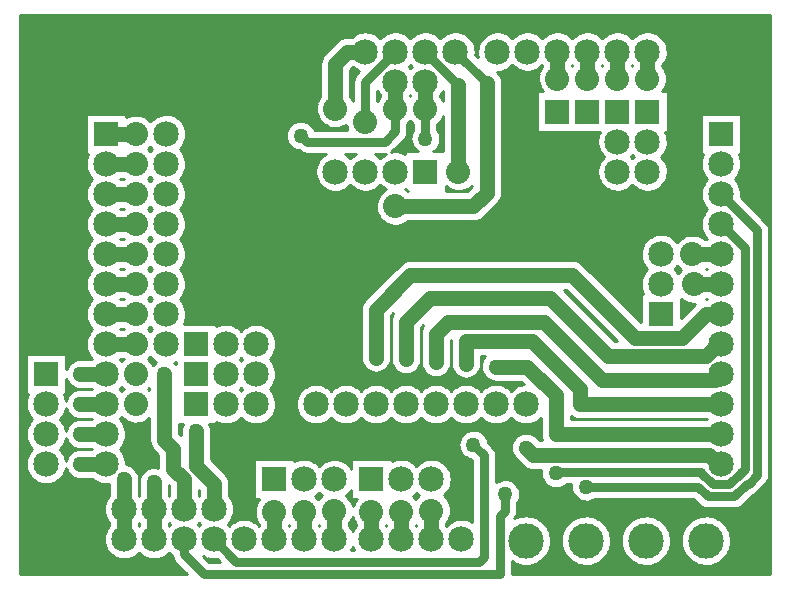
<source format=gbl>
%FSLAX44Y44*%
%MOMM*%
G71*
G01*
G75*
G04 Layer_Physical_Order=2*
G04 Layer_Color=16711680*
%ADD10C,0.2540*%
%ADD11C,1.2700*%
%ADD12C,0.7620*%
%ADD13C,2.0320*%
%ADD14C,2.1590*%
%ADD15R,2.1590X2.1590*%
%ADD16C,3.0000*%
%ADD17R,2.1590X2.1590*%
%ADD18C,1.2700*%
%ADD19C,2.0320*%
D10*
X1340485Y848360D02*
X1340245Y851217D01*
X1339532Y853995D01*
X1338367Y856615D01*
X1334858Y835660D02*
X1336507Y837379D01*
X1337901Y839309D01*
X1339015Y841415D01*
X1339827Y843654D01*
X1340320Y845984D01*
X1340485Y848360D01*
X1308313Y856615D02*
X1307257Y854301D01*
X1306555Y851856D01*
X1306223Y849334D01*
X1306267Y846791D01*
X1306687Y844282D01*
X1307474Y841863D01*
X1308610Y839587D01*
X1310070Y837504D01*
X1311822Y835660D01*
X1278255Y943610D02*
X1278062Y946177D01*
X1277486Y948687D01*
X1276541Y951082D01*
X1275248Y953308D01*
X1273637Y955316D01*
X1271742Y957060D01*
X1269609Y958501D01*
X1267283Y959605D01*
X1264818Y960349D01*
X1262270Y960716D01*
X1259695Y960696D01*
X1257152Y960292D01*
X1254699Y959511D01*
X1252390Y958372D01*
X1250278Y956900D01*
X1248410Y955128D01*
X1273810Y932092D02*
X1275363Y934081D01*
X1276608Y936277D01*
X1277516Y938631D01*
X1278069Y941093D01*
X1278255Y943610D01*
X1248410Y955128D02*
X1246524Y956914D01*
X1244390Y958396D01*
X1242056Y959537D01*
X1239577Y960313D01*
X1237009Y960706D01*
X1234411D01*
X1231843Y960313D01*
X1229364Y959537D01*
X1227030Y958396D01*
X1224896Y956914D01*
X1223010Y955128D01*
X1278255Y842010D02*
X1278090Y844386D01*
X1277597Y846716D01*
X1276785Y848955D01*
X1275671Y851061D01*
X1274277Y852991D01*
X1272628Y854710D01*
X1273602Y909955D02*
X1275009Y911839D01*
X1276133Y913904D01*
X1276954Y916107D01*
X1277453Y918405D01*
X1277620Y920750D01*
X1277462Y923031D01*
X1276989Y925269D01*
X1276213Y927420D01*
X1275146Y929443D01*
X1273810Y931299D01*
X1278255Y867410D02*
X1278015Y870267D01*
X1277302Y873045D01*
X1276137Y875665D01*
X1272628Y854710D02*
X1274277Y856429D01*
X1275671Y858359D01*
X1276785Y860465D01*
X1277597Y862704D01*
X1278090Y865034D01*
X1278255Y867410D01*
X1248410Y855892D02*
X1249592Y854710D01*
X1248410Y853528D01*
X1247228Y854710D02*
X1248410Y855892D01*
X1224192Y854710D02*
X1222454Y852883D01*
X1221002Y850820D01*
X1219869Y848568D01*
X1219078Y846173D01*
X1218647Y843688D01*
X1218586Y841166D01*
X1218895Y838663D01*
X1219568Y836233D01*
X1220590Y833927D01*
X1221939Y831796D01*
X1223587Y829887D01*
X1225496Y828239D01*
X1227627Y826890D01*
X1229933Y825868D01*
X1232363Y825195D01*
X1234866Y824886D01*
X1237388Y824947D01*
X1239873Y825378D01*
X1242268Y826169D01*
X1244520Y827302D01*
X1246583Y828754D01*
X1248410Y830492D01*
Y853528D02*
X1247228Y854710D01*
X1340485Y822960D02*
X1340320Y825336D01*
X1339827Y827666D01*
X1339015Y829905D01*
X1337901Y832011D01*
X1336507Y833941D01*
X1334858Y835660D01*
X1340290Y820379D02*
X1340485Y822960D01*
X1311822Y835660D02*
X1310036Y833774D01*
X1308554Y831640D01*
X1307413Y829306D01*
X1306637Y826827D01*
X1306244Y824259D01*
Y821661D01*
X1306637Y819093D01*
X1307413Y816614D01*
X1308554Y814280D01*
X1310036Y812146D01*
X1311822Y810260D01*
X1363980Y792480D02*
X1363634Y795110D01*
X1362619Y797560D01*
X1361004Y799664D01*
X1363980Y792480D02*
X1363634Y795110D01*
X1362619Y797560D01*
X1361004Y799664D01*
X1311822Y810260D02*
X1310036Y808374D01*
X1308554Y806240D01*
X1307413Y803906D01*
X1306637Y801427D01*
X1306244Y798859D01*
Y796261D01*
X1306637Y793693D01*
X1307413Y791214D01*
X1308554Y788880D01*
X1310036Y786746D01*
X1311822Y784860D01*
X1289685Y734268D02*
X1291760Y732741D01*
X1294047Y731555D01*
X1296491Y730739D01*
X1299032Y730314D01*
X1301608Y730289D01*
X1309759Y784860D02*
X1307611Y786373D01*
X1305249Y787526D01*
X1302735Y788289D01*
X1300131Y788644D01*
X1297504Y788582D01*
X1294920Y788103D01*
X1292445Y787221D01*
X1290141Y785956D01*
X1288067Y784343D01*
X1286276Y782421D01*
X1248410Y830492D02*
X1250278Y828720D01*
X1252390Y827248D01*
X1254699Y826109D01*
X1257152Y825328D01*
X1259695Y824923D01*
X1262270Y824904D01*
X1264818Y825271D01*
X1267283Y826015D01*
X1269609Y827120D01*
X1271742Y828560D01*
X1273637Y830304D01*
X1275248Y832312D01*
X1276541Y834538D01*
X1277486Y836933D01*
X1278062Y839443D01*
X1278255Y842010D01*
X1284058Y759460D02*
X1286276Y761899D01*
X1287706Y760318D01*
X1289328Y758934D01*
X1286892Y756139D02*
X1285581Y757890D01*
X1284058Y759460D01*
X1286276Y782421D02*
X1284649Y784297D01*
X1282769Y785919D01*
X1280674Y787253D01*
X1278409Y788269D01*
X1276020Y788948D01*
X1273558Y789275D01*
X1271075Y789242D01*
X1268623Y788851D01*
X1266253Y788111D01*
X1264015Y787035D01*
X1261955Y785648D01*
X1260118Y783977D01*
X1258541Y782058D01*
X1257258Y779932D01*
X1256295Y777643D01*
X1255674Y775239D01*
X1255406Y772770D01*
X1255497Y770289D01*
X1255947Y767847D01*
X1256744Y765495D01*
X1257872Y763283D01*
X1259308Y761257D01*
X1261022Y759460D01*
X1259270Y757616D01*
X1257810Y755533D01*
X1256674Y753257D01*
X1255887Y750838D01*
X1255467Y748329D01*
X1255423Y745786D01*
X1255755Y743264D01*
X1256457Y740819D01*
X1257513Y738505D01*
X1289328Y758934D02*
X1286892Y756139D01*
X1223010Y955128D02*
X1221124Y956914D01*
X1218990Y958396D01*
X1216656Y959537D01*
X1214177Y960313D01*
X1211609Y960706D01*
X1209011D01*
X1206443Y960313D01*
X1203964Y959537D01*
X1201630Y958396D01*
X1199496Y956914D01*
X1197610Y955128D01*
X1172210D02*
X1170324Y956914D01*
X1168190Y958396D01*
X1165856Y959537D01*
X1163377Y960313D01*
X1160809Y960706D01*
X1158211D01*
X1155643Y960313D01*
X1153164Y959537D01*
X1150830Y958396D01*
X1148696Y956914D01*
X1146810Y955128D01*
X1197610D02*
X1195724Y956914D01*
X1193590Y958396D01*
X1191256Y959537D01*
X1188777Y960313D01*
X1186209Y960706D01*
X1183611D01*
X1181043Y960313D01*
X1178564Y959537D01*
X1176230Y958396D01*
X1174096Y956914D01*
X1172210Y955128D01*
Y931299D02*
X1170723Y929195D01*
X1169582Y926886D01*
X1168814Y924426D01*
X1168439Y921878D01*
X1168464Y919302D01*
X1168889Y916761D01*
X1169705Y914317D01*
X1170891Y912030D01*
X1172418Y909955D01*
X1146810Y932092D02*
X1148696Y930306D01*
X1150830Y928824D01*
X1153164Y927683D01*
X1155643Y926907D01*
X1158211Y926514D01*
X1160809D01*
X1163377Y926907D01*
X1165856Y927683D01*
X1168190Y928824D01*
X1170324Y930306D01*
X1172210Y932092D01*
X1085850Y955128D02*
X1083964Y956914D01*
X1081830Y958396D01*
X1079496Y959537D01*
X1077017Y960313D01*
X1074449Y960706D01*
X1071851D01*
X1069283Y960313D01*
X1066804Y959537D01*
X1064470Y958396D01*
X1062336Y956914D01*
X1060450Y955128D01*
X1133612Y926472D02*
X1136074Y926578D01*
X1138496Y927036D01*
X1140827Y927836D01*
X1143019Y928962D01*
X1145027Y930390D01*
X1146810Y932092D01*
Y955128D02*
X1144959Y956886D01*
X1142867Y958350D01*
X1140581Y959487D01*
X1138151Y960272D01*
X1135632Y960687D01*
X1133080Y960724D01*
X1130549Y960381D01*
X1128098Y959667D01*
X1125781Y958596D01*
X1123648Y957193D01*
X1121747Y955488D01*
X1120120Y953521D01*
X1118803Y951333D01*
X1117826Y948975D01*
X1117210Y946497D01*
X1116969Y943955D01*
X1117107Y941406D01*
X1117623Y938905D01*
X1137920Y916940D02*
X1137635Y919615D01*
X1136793Y922170D01*
X1135432Y924491D01*
X1133612Y926472D01*
X1115500Y941029D02*
X1115695Y943610D01*
X1085850Y906692D02*
X1087240Y908441D01*
X1088390Y910356D01*
X1115695Y943610D02*
X1115502Y946177D01*
X1114926Y948687D01*
X1113981Y951082D01*
X1112688Y953308D01*
X1111077Y955316D01*
X1109183Y957060D01*
X1107048Y958501D01*
X1104723Y959605D01*
X1102258Y960349D01*
X1099710Y960716D01*
X1097135Y960696D01*
X1094592Y960292D01*
X1092139Y959511D01*
X1089830Y958372D01*
X1087718Y956900D01*
X1085850Y955128D01*
X1060450Y932092D02*
X1061632Y930910D01*
X1059268D02*
X1060450Y932092D01*
X1061632Y930910D02*
X1060450Y929728D01*
X1059268Y930910D01*
X1083310Y882336D02*
X1085377Y884256D01*
X1087087Y886499D01*
X1088390Y889000D01*
Y901700D02*
X1087277Y903895D01*
X1085850Y905899D01*
X1220683Y875665D02*
X1219627Y873351D01*
X1218925Y870906D01*
X1218593Y868384D01*
X1218637Y865841D01*
X1219057Y863332D01*
X1219844Y860913D01*
X1220980Y858637D01*
X1222440Y856554D01*
X1224192Y854710D01*
X1134187Y815236D02*
X1135772Y817162D01*
X1136950Y819361D01*
X1137675Y821748D01*
X1137920Y824230D01*
X1134200Y815250D02*
X1135780Y817174D01*
X1136953Y819370D01*
X1137676Y821752D01*
X1137920Y824230D01*
X1206590Y763360D02*
X1204666Y764940D01*
X1202470Y766113D01*
X1200088Y766836D01*
X1197610Y767080D01*
X1206604Y763347D02*
X1204678Y764932D01*
X1202479Y766110D01*
X1200092Y766835D01*
X1197610Y767080D01*
X1101090Y825500D02*
X1103605Y825693D01*
X1106062Y826266D01*
X1108402Y827207D01*
X1110572Y828494D01*
X1112520Y830096D01*
X1090295Y829518D02*
X1092179Y828111D01*
X1094244Y826986D01*
X1096447Y826166D01*
X1098745Y825667D01*
X1101090Y825500D01*
X1062990Y877570D02*
X1061638Y875314D01*
X1060780Y872828D01*
X1060453Y870219D01*
X1060670Y867598D01*
X1061422Y865078D01*
X1062676Y862767D01*
X1064380Y860764D01*
X1066460Y859155D01*
X1060450Y884801D02*
X1062990Y882336D01*
X1085850Y869950D02*
X1085559Y872653D01*
X1084699Y875233D01*
X1083310Y877570D01*
X1079840Y859155D02*
X1081881Y860727D01*
X1083562Y862679D01*
X1084816Y864930D01*
X1085589Y867387D01*
X1085850Y869950D01*
X1113790Y800100D02*
X1116272Y800345D01*
X1118659Y801070D01*
X1120857Y802248D01*
X1122784Y803833D01*
X1113790Y800100D02*
X1116268Y800344D01*
X1118650Y801067D01*
X1120846Y802240D01*
X1122770Y803820D01*
X1361004Y577771D02*
X1362619Y579875D01*
X1363634Y582325D01*
X1363980Y584955D01*
X1361004Y577771D02*
X1362619Y579875D01*
X1363634Y582325D01*
X1363980Y584955D01*
X1350311Y568348D02*
X1352229Y569316D01*
X1353899Y570666D01*
X1350311Y568348D02*
X1352229Y569316D01*
X1353899Y570666D01*
X1196340Y635000D02*
X1198677Y633611D01*
X1201257Y632751D01*
X1203960Y632460D01*
X1196340Y635000D02*
X1198677Y633611D01*
X1201257Y632751D01*
X1203960Y632460D01*
X1196597Y577850D02*
X1196340Y575311D01*
X1196596Y572771D01*
X1197355Y570335D01*
X1198586Y568099D01*
X1200239Y566154D01*
X1202247Y564579D01*
X1204530Y563438D01*
X1206995Y562776D01*
X1209543Y562620D01*
X1212070Y562977D01*
X1214475Y563832D01*
X1216660Y565150D01*
X1334650Y556895D02*
X1337280Y557241D01*
X1339730Y558256D01*
X1341834Y559871D01*
X1334650Y556895D02*
X1337280Y557241D01*
X1339730Y558256D01*
X1341834Y559871D01*
X1304846D02*
X1306950Y558256D01*
X1309400Y557241D01*
X1312030Y556895D01*
X1304846Y559871D02*
X1306950Y558256D01*
X1309400Y557241D01*
X1312030Y556895D01*
X1331990Y529590D02*
X1331840Y532115D01*
X1331393Y534605D01*
X1330654Y537024D01*
X1329634Y539339D01*
X1328348Y541517D01*
X1326813Y543528D01*
X1325051Y545343D01*
X1323087Y546937D01*
X1320948Y548287D01*
X1318664Y549375D01*
X1316268Y550185D01*
X1313792Y550706D01*
X1311273Y550931D01*
X1308744Y550856D01*
X1306242Y550482D01*
X1303802Y549815D01*
X1301458Y548865D01*
X1299243Y547644D01*
X1297188Y546169D01*
X1295321Y544461D01*
X1293670Y542545D01*
X1292257Y540447D01*
X1291102Y538197D01*
X1290221Y535825D01*
X1289627Y533367D01*
X1289328Y530855D01*
Y528325D01*
X1289627Y525813D01*
X1290221Y523355D01*
X1291102Y520983D01*
X1292257Y518733D01*
X1293670Y516635D01*
X1295321Y514719D01*
X1297188Y513011D01*
X1299243Y511536D01*
X1301458Y510315D01*
X1303802Y509365D01*
X1306242Y508698D01*
X1308744Y508324D01*
X1311273Y508249D01*
X1313792Y508474D01*
X1316268Y508995D01*
X1318664Y509805D01*
X1320948Y510893D01*
X1323087Y512243D01*
X1325051Y513837D01*
X1326813Y515652D01*
X1328348Y517663D01*
X1329634Y519841D01*
X1330654Y522156D01*
X1331393Y524575D01*
X1331840Y527065D01*
X1331990Y529590D01*
X1281190Y529590D02*
X1281040Y532115D01*
X1280593Y534605D01*
X1279854Y537024D01*
X1278834Y539339D01*
X1277548Y541517D01*
X1276013Y543528D01*
X1274251Y545343D01*
X1272287Y546937D01*
X1270148Y548287D01*
X1267864Y549375D01*
X1265468Y550185D01*
X1262992Y550706D01*
X1260473Y550931D01*
X1257944Y550856D01*
X1255442Y550482D01*
X1253002Y549815D01*
X1250658Y548865D01*
X1248443Y547644D01*
X1246388Y546169D01*
X1244521Y544461D01*
X1242870Y542545D01*
X1241457Y540447D01*
X1240302Y538197D01*
X1239421Y535825D01*
X1238827Y533367D01*
X1238528Y530855D01*
Y528325D01*
X1238827Y525813D01*
X1239421Y523355D01*
X1240302Y520983D01*
X1241457Y518733D01*
X1242870Y516635D01*
X1244521Y514719D01*
X1246388Y513011D01*
X1248443Y511536D01*
X1250658Y510315D01*
X1253002Y509365D01*
X1255442Y508698D01*
X1257944Y508324D01*
X1260473Y508249D01*
X1262992Y508474D01*
X1265468Y508995D01*
X1267864Y509805D01*
X1270148Y510893D01*
X1272287Y512243D01*
X1274251Y513837D01*
X1276013Y515652D01*
X1277548Y517663D01*
X1278834Y519841D01*
X1279854Y522156D01*
X1280593Y524575D01*
X1281040Y527065D01*
X1281190Y529590D01*
X1230390Y529590D02*
X1230240Y532115D01*
X1229793Y534605D01*
X1229054Y537024D01*
X1228034Y539339D01*
X1226748Y541517D01*
X1225213Y543528D01*
X1223451Y545343D01*
X1221487Y546937D01*
X1219348Y548287D01*
X1217064Y549375D01*
X1214668Y550185D01*
X1212192Y550706D01*
X1209673Y550931D01*
X1207144Y550856D01*
X1204642Y550482D01*
X1202202Y549815D01*
X1199858Y548865D01*
X1197643Y547644D01*
X1195588Y546169D01*
X1193721Y544461D01*
X1192070Y542545D01*
X1190657Y540447D01*
X1189502Y538197D01*
X1188621Y535825D01*
X1188027Y533367D01*
X1187728Y530855D01*
Y528325D01*
X1188027Y525813D01*
X1188621Y523355D01*
X1189502Y520983D01*
X1190657Y518733D01*
X1192070Y516635D01*
X1193721Y514719D01*
X1195588Y513011D01*
X1197643Y511536D01*
X1199858Y510315D01*
X1202202Y509365D01*
X1204642Y508698D01*
X1207144Y508324D01*
X1209673Y508249D01*
X1212192Y508474D01*
X1214668Y508995D01*
X1217064Y509805D01*
X1219348Y510893D01*
X1221487Y512243D01*
X1223451Y513837D01*
X1225213Y515652D01*
X1226748Y517663D01*
X1228034Y519841D01*
X1229054Y522156D01*
X1229793Y524575D01*
X1230240Y527065D01*
X1230390Y529590D01*
X1123770Y685800D02*
X1122216Y683869D01*
X1121067Y681672D01*
X1120366Y679294D01*
X1120140Y676825D01*
X1120399Y674360D01*
X1121131Y671991D01*
X1122310Y669810D01*
X1123890Y667900D01*
X1125811Y666333D01*
X1127999Y665169D01*
X1130373Y664452D01*
X1132840Y664210D01*
X1123770Y685800D02*
X1122216Y683869D01*
X1121067Y681672D01*
X1120366Y679294D01*
X1120140Y676825D01*
X1120399Y674360D01*
X1121131Y671991D01*
X1122310Y669810D01*
X1123890Y667900D01*
X1125811Y666333D01*
X1127999Y665169D01*
X1130373Y664452D01*
X1132840Y664210D01*
X1156268Y662191D02*
X1153848Y661733D01*
X1151519Y660933D01*
X1149328Y659807D01*
X1147321Y658379D01*
X1145540Y656678D01*
X1143654Y658464D01*
X1141520Y659946D01*
X1139186Y661087D01*
X1136707Y661863D01*
X1134139Y662256D01*
X1131541D01*
X1128973Y661863D01*
X1126494Y661087D01*
X1124160Y659946D01*
X1122026Y658464D01*
X1120140Y656678D01*
X1145540Y633642D02*
X1147426Y631856D01*
X1149560Y630374D01*
X1151894Y629233D01*
X1154373Y628457D01*
X1156941Y628064D01*
X1159539D01*
X1162107Y628457D01*
X1164586Y629233D01*
X1166920Y630374D01*
X1169054Y631856D01*
X1170940Y633642D01*
X1167234Y617297D02*
X1165310Y618881D01*
X1163113Y620058D01*
X1160729Y620784D01*
X1158249Y621030D01*
X1155769Y620787D01*
X1153384Y620065D01*
X1151186Y618891D01*
X1149260Y617310D01*
X1147679Y615384D01*
X1146505Y613186D01*
X1145783Y610801D01*
X1145540Y608321D01*
X1145786Y605841D01*
X1146512Y603457D01*
X1147690Y601260D01*
X1149273Y599336D01*
X1167220Y617310D02*
X1165296Y618890D01*
X1163100Y620063D01*
X1160718Y620786D01*
X1158240Y621030D01*
X1155762Y620786D01*
X1153380Y620063D01*
X1151184Y618890D01*
X1149260Y617310D01*
X1147680Y615386D01*
X1146507Y613190D01*
X1145784Y610808D01*
X1145540Y608330D01*
X1145784Y605852D01*
X1146507Y603470D01*
X1147680Y601274D01*
X1149260Y599350D01*
X1120140Y633642D02*
X1122026Y631856D01*
X1124160Y630374D01*
X1126494Y629233D01*
X1128973Y628457D01*
X1131541Y628064D01*
X1134139D01*
X1136707Y628457D01*
X1139186Y629233D01*
X1141520Y630374D01*
X1143654Y631856D01*
X1145540Y633642D01*
X1094791Y699641D02*
X1094740Y698500D01*
X1094791Y699641D02*
X1094740Y698500D01*
X1069340Y680720D02*
X1069584Y678242D01*
X1070307Y675860D01*
X1071480Y673664D01*
X1073060Y671740D01*
X1074984Y670160D01*
X1077180Y668987D01*
X1079562Y668264D01*
X1082040Y668020D01*
X1084518Y668264D01*
X1086900Y668987D01*
X1089096Y670160D01*
X1091020Y671740D01*
X1092600Y673664D01*
X1093773Y675860D01*
X1094496Y678242D01*
X1094740Y680720D01*
Y679450D02*
X1094984Y676972D01*
X1095707Y674590D01*
X1096880Y672394D01*
X1098460Y670470D01*
X1100384Y668890D01*
X1102580Y667717D01*
X1104962Y666994D01*
X1107440Y666750D01*
X1109918Y666994D01*
X1112300Y667717D01*
X1114496Y668890D01*
X1116420Y670470D01*
X1118000Y672394D01*
X1119173Y674590D01*
X1119896Y676972D01*
X1120140Y679450D01*
X1069340Y680720D02*
X1069584Y678242D01*
X1070307Y675860D01*
X1071480Y673664D01*
X1073060Y671740D01*
X1074984Y670160D01*
X1077180Y668987D01*
X1079562Y668264D01*
X1082040Y668020D01*
X1084518Y668264D01*
X1086900Y668987D01*
X1089096Y670160D01*
X1091020Y671740D01*
X1092600Y673664D01*
X1093773Y675860D01*
X1094496Y678242D01*
X1094740Y680720D01*
Y679450D02*
X1094984Y676972D01*
X1095707Y674590D01*
X1096880Y672394D01*
X1098460Y670470D01*
X1100384Y668890D01*
X1102580Y667717D01*
X1104962Y666994D01*
X1107440Y666750D01*
X1109918Y666994D01*
X1112300Y667717D01*
X1114496Y668890D01*
X1116420Y670470D01*
X1118000Y672394D01*
X1119173Y674590D01*
X1119896Y676972D01*
X1120140Y679450D01*
X1071449Y711858D02*
X1070292Y709675D01*
X1069580Y707309D01*
X1069340Y704850D01*
X1071449Y711858D02*
X1070292Y709675D01*
X1069580Y707309D01*
X1069340Y704850D01*
X1120140Y656678D02*
X1118254Y658464D01*
X1116120Y659946D01*
X1113786Y661087D01*
X1111307Y661863D01*
X1108739Y662256D01*
X1106141D01*
X1103573Y661863D01*
X1101094Y661087D01*
X1098760Y659946D01*
X1096626Y658464D01*
X1094740Y656678D01*
Y633642D02*
X1096626Y631856D01*
X1098760Y630374D01*
X1101094Y629233D01*
X1103573Y628457D01*
X1106141Y628064D01*
X1108739D01*
X1111307Y628457D01*
X1113786Y629233D01*
X1116120Y630374D01*
X1118254Y631856D01*
X1120140Y633642D01*
X1069340Y633642D02*
X1071226Y631856D01*
X1073360Y630374D01*
X1075694Y629233D01*
X1078173Y628457D01*
X1080741Y628064D01*
X1083339D01*
X1085907Y628457D01*
X1088386Y629233D01*
X1090720Y630374D01*
X1092854Y631856D01*
X1094740Y633642D01*
X1094740Y656678D02*
X1092854Y658464D01*
X1090720Y659946D01*
X1088386Y661087D01*
X1085907Y661863D01*
X1083339Y662256D01*
X1080741D01*
X1078173Y661863D01*
X1075694Y661087D01*
X1073360Y659946D01*
X1071226Y658464D01*
X1069340Y656678D01*
X1126362Y612666D02*
X1125749Y615144D01*
X1124653Y617448D01*
X1123119Y619488D01*
X1121207Y621179D01*
X1118996Y622454D01*
X1116575Y623261D01*
X1114042Y623568D01*
X1111498Y623361D01*
X1109046Y622651D01*
X1106787Y621465D01*
X1104810Y619850D01*
X1103195Y617873D01*
X1102009Y615614D01*
X1101299Y613162D01*
X1101093Y610619D01*
X1101399Y608085D01*
X1102206Y605664D01*
X1103481Y603453D01*
X1105172Y601541D01*
X1107212Y600007D01*
X1109516Y598911D01*
X1111994Y598298D01*
X1170940Y619760D02*
X1171208Y617165D01*
X1172000Y614680D01*
X1170940Y619760D02*
X1171208Y617165D01*
X1172000Y614680D01*
X1171197Y589280D02*
X1170940Y586789D01*
X1171177Y584296D01*
X1171899Y581898D01*
X1173078Y579688D01*
X1174667Y577753D01*
X1176605Y576167D01*
X1178816Y574992D01*
X1181215Y574274D01*
X1183708Y574040D01*
X1186199Y574300D01*
X1188590Y575045D01*
X1190789Y576243D01*
X1192710Y577850D01*
X1155610Y593000D02*
X1157534Y591420D01*
X1159730Y590247D01*
X1162112Y589524D01*
X1164590Y589280D01*
X1155596Y593013D02*
X1157523Y591428D01*
X1159721Y590250D01*
X1162108Y589525D01*
X1164590Y589280D01*
X1150620Y561340D02*
X1152009Y563677D01*
X1152869Y566257D01*
X1153160Y568960D01*
X1148236Y548451D02*
X1149536Y550424D01*
X1150345Y552644D01*
X1150620Y554990D01*
X1148236Y548451D02*
X1149536Y550424D01*
X1150345Y552644D01*
X1150620Y554990D01*
X1179590Y529590D02*
X1179434Y532169D01*
X1178967Y534710D01*
X1178197Y537176D01*
X1177134Y539531D01*
X1175795Y541741D01*
X1174199Y543772D01*
X1172369Y545596D01*
X1170332Y547185D01*
X1168118Y548517D01*
X1165760Y549572D01*
X1163291Y550334D01*
X1160749Y550792D01*
X1158169Y550940D01*
X1155591Y550775D01*
X1153051Y550300D01*
X1150588Y549522D01*
X1148236Y548451D01*
X1146175Y511976D02*
X1148382Y510652D01*
X1150733Y509603D01*
X1153193Y508845D01*
X1155726Y508389D01*
X1158295Y508240D01*
X1160864Y508402D01*
X1163395Y508872D01*
X1165851Y509643D01*
X1168196Y510703D01*
X1170396Y512039D01*
X1172420Y513629D01*
X1174238Y515452D01*
X1175823Y517479D01*
X1177152Y519683D01*
X1178207Y522031D01*
X1178972Y524489D01*
X1179435Y527021D01*
X1179590Y529590D01*
X1132840Y601980D02*
X1132494Y604610D01*
X1131479Y607060D01*
X1129864Y609164D01*
X1153160Y568960D02*
X1152904Y571499D01*
X1152145Y573936D01*
X1150914Y576172D01*
X1149261Y578116D01*
X1147252Y579691D01*
X1144969Y580832D01*
X1142505Y581494D01*
X1139957Y581650D01*
X1137430Y581293D01*
X1135025Y580438D01*
X1132840Y579120D01*
Y601980D02*
X1132494Y604610D01*
X1131479Y607060D01*
X1129864Y609164D01*
X1095375Y581660D02*
X1095182Y584227D01*
X1094606Y586737D01*
X1093661Y589132D01*
X1092368Y591358D01*
X1090757Y593366D01*
X1088863Y595110D01*
X1086729Y596550D01*
X1084403Y597655D01*
X1081938Y598399D01*
X1079390Y598766D01*
X1076815Y598746D01*
X1074272Y598342D01*
X1071819Y597561D01*
X1069510Y596422D01*
X1067398Y594950D01*
X1065530Y593178D01*
X1112520Y545520D02*
X1110178Y546705D01*
X1107682Y547519D01*
X1105092Y547943D01*
X1102467Y547966D01*
X1099869Y547587D01*
X1097360Y546817D01*
X1094997Y545673D01*
X1092837Y544182D01*
X1090930Y542378D01*
X1088491Y567924D02*
X1090487Y569672D01*
X1092189Y571706D01*
X1093558Y573978D01*
X1094559Y576434D01*
X1095170Y579015D01*
X1095375Y581660D01*
X1094740Y554990D02*
X1094555Y557458D01*
X1094002Y559870D01*
X1093096Y562173D01*
X1091855Y564314D01*
X1090309Y566245D01*
X1088491Y567924D01*
X1065530Y570142D02*
X1067969Y567924D01*
X1062209Y567308D02*
X1063960Y568619D01*
X1065530Y570142D01*
X1067969Y567924D02*
X1066388Y566494D01*
X1065004Y564872D01*
X1090930Y544441D02*
X1092266Y546297D01*
X1093333Y548320D01*
X1094109Y550471D01*
X1094582Y552709D01*
X1094740Y554990D01*
X1065004Y564872D02*
X1062209Y567308D01*
X1060450Y955128D02*
X1058564Y956914D01*
X1056430Y958396D01*
X1054096Y959537D01*
X1051617Y960313D01*
X1049049Y960706D01*
X1046451D01*
X1043883Y960313D01*
X1041404Y959537D01*
X1039070Y958396D01*
X1036936Y956914D01*
X1035050Y955128D01*
X1033282Y956818D01*
X1031291Y958239D01*
X1029118Y959363D01*
X1026807Y960166D01*
X1024405Y960631D01*
X1021962Y960751D01*
X1019527Y960521D01*
X1017149Y959947D01*
X1014877Y959041D01*
X1012757Y957820D01*
X1010832Y956310D01*
X1011664Y930203D02*
X1014236Y928507D01*
X1017070Y927298D01*
X1007110Y956310D02*
X1004632Y956066D01*
X1002250Y955343D01*
X1000054Y954170D01*
X998130Y952590D01*
X1007110Y956310D02*
X1004628Y956065D01*
X1002241Y955340D01*
X1000042Y954162D01*
X998116Y952577D01*
X1032510Y910356D02*
X1033660Y908441D01*
X1035050Y906692D01*
Y905899D02*
X1033623Y903895D01*
X1032510Y901700D01*
X1015166Y925394D02*
X1013551Y923290D01*
X1012536Y920840D01*
X1012190Y918210D01*
X1015166Y925394D02*
X1013551Y923290D01*
X1012536Y920840D01*
X1012190Y918210D01*
X1057910Y882336D02*
X1060450Y884801D01*
X1054934Y869116D02*
X1056549Y871220D01*
X1057564Y873670D01*
X1057910Y876300D01*
X1054934Y869116D02*
X1056549Y871220D01*
X1057564Y873670D01*
X1057910Y876300D01*
X1012190Y901700D02*
X1011077Y903895D01*
X1009650Y905899D01*
X1006011Y881549D02*
X1006436Y879525D01*
X1007110Y877570D01*
X987983Y942444D02*
X986398Y940518D01*
X985220Y938319D01*
X984495Y935932D01*
X984250Y933450D01*
X987970Y942430D02*
X986390Y940506D01*
X985217Y938310D01*
X984494Y935928D01*
X984250Y933450D01*
Y905899D02*
X982748Y903769D01*
X981600Y901429D01*
X980834Y898937D01*
X980471Y896356D01*
X980518Y893749D01*
X980975Y891183D01*
X981830Y888721D01*
X983061Y886423D01*
X984640Y884349D01*
X986525Y882548D01*
X988669Y881067D01*
X991021Y879941D01*
X993520Y879200D01*
X996104Y878862D01*
X998710Y878934D01*
X1001272Y879416D01*
X1003726Y880295D01*
X1006011Y881549D01*
X979380Y877570D02*
X978152Y879762D01*
X976517Y881669D01*
X974539Y883217D01*
X972295Y884345D01*
X969873Y885010D01*
X967367Y885184D01*
X964876Y884863D01*
X962497Y884057D01*
X960323Y882799D01*
X958439Y881137D01*
X956919Y879138D01*
X955822Y876878D01*
X955192Y874446D01*
X955052Y871938D01*
X955409Y869452D01*
X956248Y867085D01*
X957536Y864928D01*
X959224Y863068D01*
X961245Y861576D01*
X963520Y860511D01*
X965960Y859915D01*
X1044241Y858792D02*
X1046044Y860226D01*
X1044241Y858792D02*
X1046044Y860226D01*
X1038860Y857250D02*
X1040027Y857317D01*
X1058299Y825500D02*
X1056106Y827039D01*
X1056005Y857037D02*
X1053800Y858052D01*
X1051474Y858746D01*
X1049073Y859104D01*
X1046646Y859119D01*
X1044241Y858792D01*
X1038860Y857250D02*
X1040027Y857317D01*
Y857317D02*
X1037364Y855651D01*
X1035050Y853528D01*
Y830492D02*
X1037081Y828589D01*
X1039394Y827039D01*
X1035050Y853528D02*
X1032794Y855607D01*
X1030204Y857250D01*
X1014495D02*
X1011906Y855607D01*
X1009650Y853528D01*
X965960Y859915D02*
X968001Y858465D01*
X970335Y857559D01*
X972820Y857250D01*
X989096D02*
X986964Y855947D01*
X985045Y854348D01*
X983379Y852487D01*
X982000Y850404D01*
X980939Y848142D01*
X980218Y845751D01*
X979852Y843279D01*
X979849Y840782D01*
X980209Y838310D01*
X980925Y835916D01*
X981980Y833652D01*
X983354Y831566D01*
X985015Y829701D01*
X986931Y828097D01*
X989059Y826789D01*
X991354Y825804D01*
X993769Y825163D01*
X996251Y824879D01*
X998747Y824959D01*
X1001206Y825402D01*
X1003574Y826196D01*
X1005802Y827327D01*
X1007841Y828769D01*
X1009650Y830492D01*
X1009650Y853528D02*
X1007394Y855607D01*
X1004805Y857250D01*
X1060450Y767080D02*
X1057972Y766836D01*
X1055590Y766113D01*
X1053394Y764940D01*
X1051470Y763360D01*
X1039394Y827039D02*
X1037266Y825554D01*
X1035397Y823754D01*
X1033833Y821683D01*
X1032613Y819393D01*
X1031767Y816939D01*
X1031316Y814384D01*
X1031271Y811789D01*
X1031633Y809220D01*
X1032393Y806739D01*
X1033532Y804407D01*
X1035023Y802283D01*
X1036828Y800419D01*
X1038903Y798860D01*
X1041196Y797646D01*
X1043652Y796807D01*
X1046208Y796362D01*
X1048803Y796324D01*
X1051372Y796692D01*
X1053851Y797458D01*
X1056179Y798604D01*
X1058299Y800100D01*
X1060450Y767080D02*
X1057968Y766835D01*
X1055581Y766110D01*
X1053382Y764932D01*
X1051456Y763347D01*
X1046049Y722018D02*
X1044892Y719835D01*
X1044180Y717469D01*
X1043940Y715010D01*
X1046049Y722018D02*
X1044892Y719835D01*
X1044180Y717469D01*
X1043940Y715010D01*
X1009650Y830492D02*
X1011536Y828706D01*
X1013670Y827224D01*
X1016004Y826083D01*
X1018483Y825307D01*
X1021051Y824914D01*
X1023649D01*
X1026217Y825307D01*
X1028696Y826083D01*
X1031030Y827224D01*
X1033164Y828706D01*
X1035050Y830492D01*
X1022273Y734164D02*
X1020688Y732237D01*
X1019510Y730039D01*
X1018785Y727652D01*
X1018540Y725170D01*
X1022260Y734150D02*
X1020680Y732226D01*
X1019507Y730030D01*
X1018784Y727648D01*
X1018540Y725170D01*
X965960Y859915D02*
X968001Y858465D01*
X970335Y857559D01*
X972820Y857250D01*
X946785Y695960D02*
X946592Y698527D01*
X946016Y701037D01*
X945071Y703432D01*
X943778Y705658D01*
X942167Y707666D01*
X940273Y709410D01*
X938139Y710851D01*
X935813Y711955D01*
X933348Y712699D01*
X930800Y713066D01*
X928225Y713046D01*
X925682Y712642D01*
X923229Y711861D01*
X920920Y710722D01*
X918808Y709250D01*
X916940Y707478D01*
X941158Y683260D02*
X942807Y684979D01*
X944202Y686909D01*
X945315Y689015D01*
X946126Y691254D01*
X946620Y693584D01*
X946785Y695960D01*
X864958Y861060D02*
X866607Y862779D01*
X868001Y864709D01*
X869115Y866815D01*
X869927Y869054D01*
X870420Y871384D01*
X870585Y873760D01*
X864958Y835660D02*
X866607Y837379D01*
X868001Y839309D01*
X869115Y841415D01*
X869927Y843654D01*
X870420Y845984D01*
X870585Y848360D01*
X870420Y850736D01*
X869927Y853066D01*
X869115Y855305D01*
X868001Y857411D01*
X866607Y859341D01*
X864958Y861060D01*
X870585Y873760D02*
X870386Y876367D01*
X869792Y878913D01*
X868819Y881340D01*
X867487Y883590D01*
X865829Y885611D01*
X863883Y887357D01*
X861694Y888787D01*
X859314Y889867D01*
X856796Y890573D01*
X854201Y890888D01*
X851588Y890805D01*
X849017Y890325D01*
X846550Y889460D01*
X844243Y888230D01*
X842150Y886663D01*
X840319Y884796D01*
X840319D02*
X838515Y886522D01*
X836471Y887955D01*
X834234Y889064D01*
X831855Y889823D01*
X829390Y890215D01*
X826893Y890230D01*
X824423Y889869D01*
X822035Y889139D01*
X819785Y888058D01*
X840319Y862724D02*
X841922Y861060D01*
X840319Y859396D01*
X840319Y837324D02*
X841922Y835660D01*
X838589Y861060D02*
X840319Y862724D01*
X838589Y835660D02*
X840319Y837324D01*
Y859396D02*
X838589Y861060D01*
X870585Y822960D02*
X870420Y825336D01*
X869927Y827666D01*
X869115Y829905D01*
X868001Y832011D01*
X866607Y833941D01*
X864958Y835660D01*
Y810260D02*
X866607Y811979D01*
X868001Y813909D01*
X869115Y816015D01*
X869927Y818254D01*
X870420Y820584D01*
X870585Y822960D01*
X841922Y835660D02*
X840319Y833996D01*
X838589Y835660D01*
X840319Y811924D02*
X841922Y810260D01*
X838589D02*
X840319Y811924D01*
X787613Y856615D02*
X786557Y854301D01*
X785855Y851856D01*
X785523Y849334D01*
X785567Y846791D01*
X785987Y844282D01*
X786774Y841863D01*
X787910Y839587D01*
X789370Y837504D01*
X791122Y835660D01*
X789336Y833774D01*
X787854Y831640D01*
X786713Y829306D01*
X785937Y826827D01*
X785544Y824259D01*
Y821661D01*
X785937Y819093D01*
X786713Y816614D01*
X787854Y814280D01*
X789336Y812146D01*
X791122Y810260D01*
X870585Y797560D02*
X870420Y799936D01*
X869927Y802266D01*
X869115Y804505D01*
X868001Y806611D01*
X866607Y808541D01*
X864958Y810260D01*
Y784860D02*
X866607Y786579D01*
X868001Y788509D01*
X869115Y790615D01*
X869927Y792854D01*
X870420Y795184D01*
X870585Y797560D01*
Y772160D02*
X870420Y774536D01*
X869927Y776866D01*
X869115Y779105D01*
X868001Y781211D01*
X866607Y783141D01*
X864958Y784860D01*
X841922Y810260D02*
X840319Y808596D01*
X840319Y786524D02*
X841922Y784860D01*
X840319Y783196D01*
X864958Y759460D02*
X866607Y761179D01*
X868001Y763109D01*
X869115Y765215D01*
X869927Y767454D01*
X870420Y769784D01*
X870585Y772160D01*
Y746760D02*
X870420Y749136D01*
X869927Y751466D01*
X869115Y753705D01*
X868001Y755811D01*
X866607Y757741D01*
X864958Y759460D01*
X841922D02*
X840319Y757796D01*
X864958Y734060D02*
X866607Y735779D01*
X868001Y737709D01*
X869115Y739815D01*
X869927Y742054D01*
X870420Y744384D01*
X870585Y746760D01*
X840319Y761124D02*
X841922Y759460D01*
X840319Y735724D02*
X841922Y734060D01*
X840319Y808596D02*
X838589Y810260D01*
Y784860D02*
X840319Y786524D01*
X838589Y759460D02*
X840319Y761124D01*
Y783196D02*
X838589Y784860D01*
X840319Y757796D02*
X838589Y759460D01*
X841922Y734060D02*
X840319Y732396D01*
X838589Y734060D02*
X840319Y735724D01*
X916940Y684442D02*
X918122Y683260D01*
X870585Y721360D02*
X870420Y723736D01*
X869927Y726066D01*
X869115Y728305D01*
X868001Y730411D01*
X866607Y732341D01*
X864958Y734060D01*
X868467Y713105D02*
X869632Y715725D01*
X870345Y718503D01*
X870585Y721360D01*
X916940Y707478D02*
X915096Y709230D01*
X913013Y710690D01*
X910737Y711826D01*
X908318Y712613D01*
X905809Y713033D01*
X903266Y713077D01*
X900744Y712745D01*
X898299Y712043D01*
X895985Y710987D01*
X915758Y683260D02*
X916940Y684442D01*
Y682078D02*
X915758Y683260D01*
X918122D02*
X916940Y682078D01*
X861695Y678960D02*
X860354Y680271D01*
X861695Y678960D02*
X860354Y680271D01*
X861695Y680933D01*
X840319Y710324D02*
X841922Y708660D01*
X840319Y732396D02*
X838589Y734060D01*
X840319Y684924D02*
X842484Y682773D01*
X844995Y681039D01*
X841922Y708660D02*
X840319Y706996D01*
X838589Y708660D02*
X840319Y710324D01*
X838589Y683260D02*
X840319Y684924D01*
Y706996D02*
X838589Y708660D01*
X844995Y681039D02*
X842411Y678687D01*
X817491Y683260D02*
X815761Y681596D01*
X791122Y810260D02*
X789336Y808374D01*
X787854Y806240D01*
X786713Y803906D01*
X785937Y801427D01*
X785544Y798859D01*
Y796261D01*
X785937Y793693D01*
X786713Y791214D01*
X787854Y788880D01*
X789336Y786746D01*
X791122Y784860D01*
X791122Y784860D02*
X789336Y782974D01*
X787854Y780840D01*
X786713Y778506D01*
X785937Y776027D01*
X785544Y773459D01*
Y770861D01*
X785937Y768293D01*
X786713Y765814D01*
X787854Y763480D01*
X789336Y761346D01*
X791122Y759460D01*
X791122Y759460D02*
X789336Y757574D01*
X787854Y755440D01*
X786713Y753106D01*
X785937Y750627D01*
X785544Y748059D01*
Y745461D01*
X785937Y742893D01*
X786713Y740414D01*
X787854Y738080D01*
X789336Y735946D01*
X791122Y734060D01*
X791122Y734060D02*
X789336Y732174D01*
X787854Y730040D01*
X786713Y727706D01*
X785937Y725227D01*
X785544Y722659D01*
Y720061D01*
X785937Y717493D01*
X786713Y715014D01*
X787854Y712680D01*
X789336Y710546D01*
X791122Y708660D01*
X791122Y708660D02*
X789336Y706774D01*
X787854Y704640D01*
X786713Y702306D01*
X785937Y699827D01*
X785544Y697259D01*
Y694661D01*
X785937Y692093D01*
X786713Y689614D01*
X787854Y687280D01*
X789336Y685146D01*
X791122Y683260D01*
X815761Y681596D02*
X814158Y683260D01*
X1043940D02*
X1044184Y680782D01*
X1044907Y678400D01*
X1046080Y676204D01*
X1047660Y674280D01*
X1049584Y672700D01*
X1051780Y671527D01*
X1054162Y670804D01*
X1056640Y670560D01*
X1059118Y670804D01*
X1061500Y671527D01*
X1063696Y672700D01*
X1065620Y674280D01*
X1067200Y676204D01*
X1068373Y678400D01*
X1069096Y680782D01*
X1069340Y683260D01*
X1043940D02*
X1044184Y680782D01*
X1044907Y678400D01*
X1046080Y676204D01*
X1047660Y674280D01*
X1049584Y672700D01*
X1051780Y671527D01*
X1054162Y670804D01*
X1056640Y670560D01*
X1059118Y670804D01*
X1061500Y671527D01*
X1063696Y672700D01*
X1065620Y674280D01*
X1067200Y676204D01*
X1068373Y678400D01*
X1069096Y680782D01*
X1069340Y683260D01*
X1018540Y684530D02*
X1018784Y682052D01*
X1019507Y679670D01*
X1020680Y677474D01*
X1022260Y675550D01*
X1024184Y673970D01*
X1026380Y672797D01*
X1028762Y672074D01*
X1031240Y671830D01*
X1033718Y672074D01*
X1036100Y672797D01*
X1038296Y673970D01*
X1040220Y675550D01*
X1041800Y677474D01*
X1042973Y679670D01*
X1043696Y682052D01*
X1043940Y684530D01*
X1018540D02*
X1018784Y682052D01*
X1019507Y679670D01*
X1020680Y677474D01*
X1022260Y675550D01*
X1024184Y673970D01*
X1026380Y672797D01*
X1028762Y672074D01*
X1031240Y671830D01*
X1033718Y672074D01*
X1036100Y672797D01*
X1038296Y673970D01*
X1040220Y675550D01*
X1041800Y677474D01*
X1042973Y679670D01*
X1043696Y682052D01*
X1043940Y684530D01*
X1069340Y656678D02*
X1067454Y658464D01*
X1065320Y659946D01*
X1062986Y661087D01*
X1060507Y661863D01*
X1057939Y662256D01*
X1055341D01*
X1052773Y661863D01*
X1050294Y661087D01*
X1047960Y659946D01*
X1045826Y658464D01*
X1043940Y656678D01*
Y633642D02*
X1045826Y631856D01*
X1047960Y630374D01*
X1050294Y629233D01*
X1052773Y628457D01*
X1055341Y628064D01*
X1057939D01*
X1060507Y628457D01*
X1062986Y629233D01*
X1065320Y630374D01*
X1067454Y631856D01*
X1069340Y633642D01*
X1043940Y656678D02*
X1042054Y658464D01*
X1039920Y659946D01*
X1037586Y661087D01*
X1035107Y661863D01*
X1032539Y662256D01*
X1029941D01*
X1027373Y661863D01*
X1024894Y661087D01*
X1022560Y659946D01*
X1020426Y658464D01*
X1018540Y656678D01*
Y633642D02*
X1020426Y631856D01*
X1022560Y630374D01*
X1024894Y629233D01*
X1027373Y628457D01*
X1029941Y628064D01*
X1032539D01*
X1035107Y628457D01*
X1037586Y629233D01*
X1039920Y630374D01*
X1042054Y631856D01*
X1043940Y633642D01*
X1018540Y656678D02*
X1016654Y658464D01*
X1014520Y659946D01*
X1012186Y661087D01*
X1009707Y661863D01*
X1007139Y662256D01*
X1004541D01*
X1001973Y661863D01*
X999494Y661087D01*
X997160Y659946D01*
X995026Y658464D01*
X993140Y656678D01*
Y633642D02*
X995026Y631856D01*
X997160Y630374D01*
X999494Y629233D01*
X1001973Y628457D01*
X1004541Y628064D01*
X1007139D01*
X1009707Y628457D01*
X1012186Y629233D01*
X1014520Y630374D01*
X1016654Y631856D01*
X1018540Y633642D01*
X941158Y657860D02*
X942807Y659579D01*
X944202Y661509D01*
X945315Y663615D01*
X946126Y665854D01*
X946620Y668184D01*
X946785Y670560D01*
Y645160D02*
X946620Y647536D01*
X946126Y649866D01*
X945315Y652105D01*
X944202Y654211D01*
X942807Y656141D01*
X941158Y657860D01*
X946785Y670560D02*
X946620Y672936D01*
X946126Y675266D01*
X945315Y677505D01*
X944202Y679611D01*
X942807Y681541D01*
X941158Y683260D01*
X916940Y659042D02*
X918122Y657860D01*
X915758D02*
X916940Y659042D01*
X918122Y657860D02*
X916940Y656678D01*
X915758Y657860D01*
X993140Y656678D02*
X991272Y658450D01*
X989160Y659922D01*
X986851Y661061D01*
X984398Y661842D01*
X981855Y662246D01*
X979280Y662266D01*
X976732Y661899D01*
X974267Y661155D01*
X971942Y660051D01*
X969808Y658610D01*
X967913Y656866D01*
X966302Y654858D01*
X965009Y652632D01*
X964064Y650237D01*
X963488Y647727D01*
X963295Y645160D01*
X963488Y642593D01*
X964064Y640083D01*
X965009Y637688D01*
X966302Y635462D01*
X967913Y633454D01*
X969808Y631710D01*
X971942Y630270D01*
X974267Y629165D01*
X976732Y628421D01*
X979280Y628054D01*
X981855Y628074D01*
X984398Y628478D01*
X986851Y629259D01*
X989160Y630398D01*
X991272Y631870D01*
X993140Y633642D01*
X916940Y633642D02*
X918808Y631870D01*
X920920Y630398D01*
X923229Y629259D01*
X925682Y628478D01*
X928225Y628074D01*
X930800Y628054D01*
X933348Y628421D01*
X935813Y629165D01*
X938139Y630270D01*
X940272Y631710D01*
X942167Y633454D01*
X943778Y635462D01*
X945071Y637688D01*
X946016Y640083D01*
X946592Y642593D01*
X946785Y645160D01*
X895985Y630133D02*
X898299Y629077D01*
X900744Y628375D01*
X903266Y628043D01*
X905809Y628087D01*
X908318Y628507D01*
X910737Y629294D01*
X913013Y630430D01*
X915096Y631890D01*
X916940Y633642D01*
X1065530Y593178D02*
X1063686Y594930D01*
X1061603Y596390D01*
X1059327Y597526D01*
X1056908Y598313D01*
X1054399Y598733D01*
X1051856Y598777D01*
X1049334Y598445D01*
X1046889Y597743D01*
X1044575Y596687D01*
X1010285Y590640D02*
X1008861Y592625D01*
X1007169Y594386D01*
X1005244Y595890D01*
X1003124Y597104D01*
X1000854Y598006D01*
X998479Y598575D01*
X996046Y598801D01*
X993607Y598679D01*
X991209Y598212D01*
X988903Y597408D01*
X986733Y596286D01*
X984746Y594866D01*
X982980Y593178D01*
X1005941Y567924D02*
X1007585Y569322D01*
X1009041Y570916D01*
X1010285Y572680D01*
X982980Y593178D02*
X981136Y594930D01*
X979053Y596390D01*
X976777Y597526D01*
X974358Y598313D01*
X971849Y598733D01*
X969306Y598777D01*
X966784Y598445D01*
X964339Y597743D01*
X962025Y596687D01*
X982980Y570142D02*
X985419Y567924D01*
X983838Y566494D01*
X982454Y564872D01*
X979659Y567308D02*
X981410Y568619D01*
X982980Y570142D01*
X982454Y564872D02*
X979659Y567308D01*
X1014938Y564515D02*
X1013622Y562771D01*
X1012548Y560869D01*
X1011734Y558842D01*
X1011376Y549868D02*
X1012147Y547473D01*
X1013274Y545223D01*
X1014730Y543171D01*
X1011734Y558842D02*
X1010876Y561444D01*
X1009599Y563869D01*
X1007939Y566049D01*
X1005941Y567924D01*
X1008380Y544441D02*
X1010135Y547013D01*
X1011376Y549868D01*
X1014730Y542378D02*
X1012922Y539996D01*
X1011555Y537336D01*
Y524384D02*
X1012770Y521970D01*
X1011555Y537336D02*
X1010188Y539996D01*
X1008380Y542378D01*
X1010340Y521970D02*
X1011555Y524384D01*
X932388Y564515D02*
X930861Y562440D01*
X929675Y560153D01*
X928859Y557709D01*
X928434Y555168D01*
X928409Y552592D01*
X928784Y550044D01*
X929552Y547584D01*
X930694Y545275D01*
X932180Y543171D01*
X891540Y622300D02*
X891196Y625237D01*
X890182Y628015D01*
X891540Y622300D02*
X891196Y625237D01*
X890182Y628015D01*
X867498D02*
X866484Y625237D01*
X866140Y622300D01*
X867498Y628015D02*
X866484Y625237D01*
X866140Y622300D01*
X906780Y577850D02*
X906536Y580328D01*
X905813Y582710D01*
X904640Y584906D01*
X903060Y586830D01*
X906780Y577850D02*
X906535Y580332D01*
X905810Y582719D01*
X904632Y584917D01*
X903047Y586844D01*
X905598Y543560D02*
X907247Y545279D01*
X908642Y547209D01*
X909755Y549315D01*
X910566Y551554D01*
X911060Y553884D01*
X911225Y556260D01*
X911039Y558777D01*
X910486Y561239D01*
X909577Y563593D01*
X908333Y565789D01*
X906780Y567778D01*
X932180Y542378D02*
X930294Y544164D01*
X928160Y545646D01*
X925826Y546787D01*
X923347Y547563D01*
X920779Y547956D01*
X918181D01*
X915613Y547563D01*
X913134Y546787D01*
X910800Y545646D01*
X908666Y544164D01*
X906780Y542378D01*
X905598Y543560D01*
X881380Y544742D02*
X882562Y543560D01*
X884700Y516508D02*
X886888Y515297D01*
X889228Y514416D01*
X891673Y513885D01*
X894168Y513715D01*
X896661Y513910D01*
X880198Y543560D02*
X881380Y544742D01*
X882562Y543560D02*
X881380Y542378D01*
X880198Y543560D01*
X842411Y678687D02*
X840708Y681148D01*
X838589Y683260D01*
X844995Y681039D02*
X842411Y678687D01*
X838589Y657860D02*
X839470Y658646D01*
X815761Y659524D02*
X817491Y657860D01*
X839470Y657074D02*
X838589Y657860D01*
X814158D02*
X815761Y659524D01*
Y656196D02*
X814158Y657860D01*
X817491D02*
X815761Y656196D01*
X814158Y632460D02*
X815761Y634124D01*
X817680Y632305D01*
X819865Y630816D01*
X822260Y629695D01*
X824803Y628970D01*
X827429Y628661D01*
X830071Y628775D01*
X832661Y629310D01*
X835132Y630251D01*
X837421Y631574D01*
X839470Y633246D01*
X781050Y683260D02*
X778417Y682984D01*
X775898Y682168D01*
X773603Y680847D01*
X771631Y679079D01*
X770070Y676941D01*
X768985Y674526D01*
X781050Y683260D02*
X778417Y682984D01*
X775898Y682168D01*
X773603Y680847D01*
X771631Y679079D01*
X770070Y676941D01*
X768985Y674526D01*
X839470Y614680D02*
X839714Y612202D01*
X840437Y609820D01*
X841610Y607624D01*
X843190Y605700D01*
X839470Y614680D02*
X839715Y612198D01*
X840440Y609811D01*
X841618Y607612D01*
X843203Y605686D01*
X814158Y607060D02*
X815807Y608779D01*
X817202Y610709D01*
X818315Y612815D01*
X819127Y615054D01*
X819620Y617384D01*
X819785Y619760D01*
X819620Y622136D01*
X819127Y624466D01*
X818315Y626705D01*
X817202Y628811D01*
X815807Y630741D01*
X814158Y632460D01*
X819785Y594360D02*
X819620Y596736D01*
X819127Y599066D01*
X818315Y601305D01*
X817202Y603411D01*
X815807Y605341D01*
X814158Y607060D01*
X768985Y666594D02*
X770070Y664179D01*
X771631Y662041D01*
X773603Y660273D01*
X775898Y658952D01*
X778417Y658136D01*
X781050Y657860D01*
X768985Y666594D02*
X770070Y664179D01*
X771631Y662041D01*
X773603Y660273D01*
X775898Y658952D01*
X778417Y658136D01*
X781050Y657860D01*
X778651Y657631D01*
X776339Y656954D01*
X774196Y655852D01*
X772300Y654364D01*
X770719Y652546D01*
X769510Y650462D01*
X768716Y648186D01*
X781050Y657860D02*
X778651Y657631D01*
X776339Y656954D01*
X774196Y655852D01*
X772300Y654364D01*
X770719Y652546D01*
X769510Y650462D01*
X768716Y648186D01*
X768004Y650876D01*
X766867Y653415D01*
X768716Y642134D02*
X769510Y639859D01*
X770719Y637774D01*
X772300Y635956D01*
X774196Y634468D01*
X776339Y633366D01*
X778651Y632689D01*
X781050Y632460D01*
X768716Y642134D02*
X769510Y639859D01*
X770719Y637774D01*
X772300Y635956D01*
X774196Y634468D01*
X776339Y633366D01*
X778651Y632689D01*
X781050Y632460D01*
X763358D02*
X765279Y634513D01*
X766838Y636853D01*
X767994Y639416D01*
X768716Y642134D01*
X781050Y632460D02*
X778651Y632231D01*
X776339Y631554D01*
X774196Y630452D01*
X772300Y628964D01*
X770719Y627146D01*
X769510Y625061D01*
X768716Y622786D01*
X781050Y632460D02*
X778651Y632231D01*
X776339Y631554D01*
X774196Y630452D01*
X772300Y628964D01*
X770719Y627146D01*
X769510Y625061D01*
X768716Y622786D01*
X736813Y653415D02*
X735757Y651101D01*
X735055Y648656D01*
X734723Y646134D01*
X734767Y643591D01*
X735187Y641082D01*
X735974Y638663D01*
X737110Y636387D01*
X738570Y634304D01*
X740322Y632460D01*
X763358Y607060D02*
X765279Y609113D01*
X766838Y611453D01*
X767994Y614016D01*
X768716Y616734D01*
Y622786D02*
X767994Y625504D01*
X766838Y628067D01*
X765279Y630407D01*
X763358Y632460D01*
X768716Y616734D02*
X769510Y614459D01*
X770719Y612374D01*
X772300Y610556D01*
X774196Y609068D01*
X776339Y607966D01*
X778651Y607289D01*
X781050Y607060D01*
X768716Y616734D02*
X769510Y614459D01*
X770719Y612374D01*
X772300Y610556D01*
X774196Y609068D01*
X776339Y607966D01*
X778651Y607289D01*
X781050Y607060D01*
X740322D02*
X738596Y605248D01*
X737152Y603204D01*
X736021Y600972D01*
X735227Y598599D01*
X734787Y596135D01*
X734710Y593634D01*
X734999Y591148D01*
X735646Y588731D01*
X736637Y586433D01*
X737953Y584305D01*
X739565Y582390D01*
X741438Y580731D01*
X743533Y579362D01*
X745805Y578312D01*
X748205Y577605D01*
X750683Y577254D01*
X753185Y577268D01*
X755659Y577646D01*
X758052Y578380D01*
X760312Y579454D01*
X762391Y580846D01*
X764246Y582526D01*
X765837Y584458D01*
X767129Y586601D01*
X768095Y588909D01*
X768716Y591334D01*
Y597386D02*
X767994Y600104D01*
X766838Y602667D01*
X765279Y605007D01*
X763358Y607060D01*
X740322Y632460D02*
X738536Y630574D01*
X737054Y628440D01*
X735913Y626106D01*
X735137Y623627D01*
X734744Y621059D01*
Y618461D01*
X735137Y615893D01*
X735913Y613414D01*
X737054Y611080D01*
X738536Y608946D01*
X740322Y607060D01*
X855980Y544742D02*
X857162Y543560D01*
X847090Y591235D02*
X844501Y591761D01*
X841860Y591740D01*
X839279Y591173D01*
X836872Y590085D01*
X834742Y588522D01*
X832982Y586552D01*
X831667Y584261D01*
X830855Y581747D01*
X830580Y579120D01*
X847090Y591235D02*
X844501Y591761D01*
X841860Y591740D01*
X839279Y591173D01*
X836872Y590085D01*
X834742Y588522D01*
X832982Y586552D01*
X831667Y584261D01*
X830855Y581747D01*
X830580Y579120D01*
X857162Y543560D02*
X855980Y542378D01*
X830580Y581660D02*
X830320Y584219D01*
X829549Y586673D01*
X828299Y588922D01*
X826622Y590872D01*
X824586Y592445D01*
X822275Y593575D01*
X819784Y594216D01*
X830580Y581660D02*
X830320Y584219D01*
X829549Y586673D01*
X828299Y588922D01*
X826622Y590872D01*
X824586Y592445D01*
X822275Y593575D01*
X819784Y594216D01*
X791122Y581660D02*
X793114Y580105D01*
X795314Y578859D01*
X797672Y577951D01*
X800139Y577398D01*
X802660Y577215D01*
X805180Y577404D01*
Y567778D02*
X803627Y565789D01*
X802383Y563593D01*
X801474Y561239D01*
X800921Y558777D01*
X800735Y556260D01*
X800921Y553743D01*
X801474Y551281D01*
X802383Y548927D01*
X803627Y546731D01*
X805180Y544742D01*
X858586Y517001D02*
X859095Y514791D01*
X860081Y512748D01*
X861496Y510976D01*
X858586Y517001D02*
X859095Y514791D01*
X860081Y512748D01*
X861496Y510976D01*
X855980Y519342D02*
X858586Y517001D01*
X830580Y519342D02*
X832466Y517556D01*
X834600Y516074D01*
X836934Y514933D01*
X839413Y514157D01*
X841981Y513764D01*
X844579D01*
X847147Y514157D01*
X849626Y514933D01*
X851960Y516074D01*
X854094Y517556D01*
X855980Y519342D01*
X805180Y542378D02*
X803605Y540356D01*
X802349Y538123D01*
X801440Y535727D01*
X800899Y533222D01*
X800736Y530665D01*
X800957Y528112D01*
X801555Y525620D01*
X802518Y523246D01*
X803825Y521041D01*
X805445Y519056D01*
X807343Y517335D01*
X809477Y515915D01*
X811798Y514830D01*
X814255Y514103D01*
X816793Y513750D01*
X819356Y513779D01*
X821885Y514189D01*
X824325Y514972D01*
X826621Y516110D01*
X828721Y517578D01*
X830580Y519342D01*
X781050Y607060D02*
X778651Y606831D01*
X776339Y606154D01*
X774196Y605052D01*
X772300Y603564D01*
X770719Y601746D01*
X769510Y599661D01*
X768716Y597386D01*
Y591334D02*
X769510Y589058D01*
X770719Y586974D01*
X772300Y585156D01*
X774196Y583669D01*
X776339Y582566D01*
X778651Y581889D01*
X781050Y581660D01*
Y607060D02*
X778651Y606831D01*
X776339Y606154D01*
X774196Y605052D01*
X772300Y603564D01*
X770719Y601746D01*
X769510Y599661D01*
X768716Y597386D01*
Y591334D02*
X769510Y589058D01*
X770719Y586974D01*
X772300Y585156D01*
X774196Y583669D01*
X776339Y582566D01*
X778651Y581889D01*
X781050Y581660D01*
X1278255Y906780D02*
X1364869D01*
X1278255Y904240D02*
X1364869D01*
X1278255Y909320D02*
X1364869D01*
X1278255Y896620D02*
X1364869D01*
X1338580Y890905D02*
Y974217D01*
X1278208Y942340D02*
X1364869D01*
X1278255Y901700D02*
X1364869D01*
X1278208Y944880D02*
X1364869D01*
X1278255Y894080D02*
X1364869D01*
X1278255Y899160D02*
X1364869D01*
X1340485Y878840D02*
X1364869D01*
X1340485Y876300D02*
X1364869D01*
X1340485Y881380D02*
X1364869D01*
X1340485Y871220D02*
X1364869D01*
X1340485Y873760D02*
X1364869D01*
X1278255Y891540D02*
X1364869D01*
X1340485Y889000D02*
X1364869D01*
X1306195Y890905D02*
X1340485D01*
Y883920D02*
X1364869D01*
X1340485Y886460D02*
X1364869D01*
X1328420Y890905D02*
Y974217D01*
X1330960Y890905D02*
Y974217D01*
X1325880Y890905D02*
Y974217D01*
X1336040Y890905D02*
Y974217D01*
X1333500Y890905D02*
Y974217D01*
X1315720Y890905D02*
Y974217D01*
X1318260Y890905D02*
Y974217D01*
X1313180Y890905D02*
Y974217D01*
X1323340Y890905D02*
Y974217D01*
X1320800Y890905D02*
Y974217D01*
X1308100Y890905D02*
Y974217D01*
X1310640Y890905D02*
Y974217D01*
X1278255Y889000D02*
X1306195D01*
X1278255Y886460D02*
X1306195D01*
X1278255Y875665D02*
Y909955D01*
Y881380D02*
X1306195D01*
X1278255Y883920D02*
X1306195D01*
X1278255Y876300D02*
X1306195D01*
X1278255Y878840D02*
X1306195D01*
X1356360Y804308D02*
Y974217D01*
X1358900Y801768D02*
Y974217D01*
X1353820Y806848D02*
Y974217D01*
X1363980Y792480D02*
Y974217D01*
X1361440Y799200D02*
Y974217D01*
X1343660Y817008D02*
Y974217D01*
X1346200Y814468D02*
Y974217D01*
X1341120Y819548D02*
Y974217D01*
X1351280Y809388D02*
Y974217D01*
X1348740Y811928D02*
Y974217D01*
X1340485Y866140D02*
X1364869D01*
X1340485Y863600D02*
X1364869D01*
X1340485Y868680D02*
X1364869D01*
X1340485Y858520D02*
X1364869D01*
X1340485Y861060D02*
X1364869D01*
X1339715Y853440D02*
X1364869D01*
X1340296Y850900D02*
X1364869D01*
X1338699Y855980D02*
X1364869D01*
X1340485Y848360D02*
X1364869D01*
X1300480Y788621D02*
Y974217D01*
X1303020Y788224D02*
Y974217D01*
X1297940Y788621D02*
Y974217D01*
X1305560Y787400D02*
Y974217D01*
X1295400Y788224D02*
Y974217D01*
X1290320Y786072D02*
Y974217D01*
X1292860Y787400D02*
Y974217D01*
X1280160Y787519D02*
Y974217D01*
X1285240Y783678D02*
Y974217D01*
X1282700Y785970D02*
Y974217D01*
X1340485Y856615D02*
Y890905D01*
X1338367Y856615D02*
X1340485D01*
X1306195D02*
X1308313D01*
X1306195D02*
Y890905D01*
X1278208Y866140D02*
X1306195D01*
X1278208Y868680D02*
X1306195D01*
X1287780Y784074D02*
Y974217D01*
X1270000Y958270D02*
Y974217D01*
X1272540Y956389D02*
Y974217D01*
X1267460Y959536D02*
Y974217D01*
X1277620Y948233D02*
Y974217D01*
X1275080Y953549D02*
Y974217D01*
X1262380Y960708D02*
Y974217D01*
X1264920Y960326D02*
Y974217D01*
X1259840Y960708D02*
Y974217D01*
X1265733Y960120D02*
X1364869D01*
X1277826Y947420D02*
X1364869D01*
X1277826Y939800D02*
X1364869D01*
X1277036Y949960D02*
X1364869D01*
X1275770Y934720D02*
X1364869D01*
X1277036Y937260D02*
X1364869D01*
X1273889Y955040D02*
X1364869D01*
X1275770Y952500D02*
X1364869D01*
X1271049Y957580D02*
X1364869D01*
X1273889Y932180D02*
X1364869D01*
X1254760Y959536D02*
Y974217D01*
X1257300Y960326D02*
Y974217D01*
X1252220Y958270D02*
Y974217D01*
X1249680Y956389D02*
Y974217D01*
X1247140Y956389D02*
Y974217D01*
X1239520Y960326D02*
Y974217D01*
X1242060Y959536D02*
Y974217D01*
X1229360Y959536D02*
Y974217D01*
X1244600Y958270D02*
Y974217D01*
X1226820Y958270D02*
Y974217D01*
X1234440Y960708D02*
Y974217D01*
X1236980Y960708D02*
Y974217D01*
X1231900Y960326D02*
Y974217D01*
X1240333Y960120D02*
X1256487D01*
X1245649Y957580D02*
X1251171D01*
X1214933Y960120D02*
X1231087D01*
X1220249Y957580D02*
X1225771D01*
X1224280Y956389D02*
Y974217D01*
X1277174Y924560D02*
X1364869D01*
X1277571Y922020D02*
X1364869D01*
X1276350Y927100D02*
X1364869D01*
X1277174Y916940D02*
X1364869D01*
X1277571Y919480D02*
X1364869D01*
X1276350Y914400D02*
X1364869D01*
X1275022Y911860D02*
X1364869D01*
X1275022Y929640D02*
X1364869D01*
X1276137Y875665D02*
X1278255D01*
X1273602Y909955D02*
X1278255D01*
X1277826Y871220D02*
X1306195D01*
X1277826Y863600D02*
X1306195D01*
X1277036Y873760D02*
X1306195D01*
X1277036Y848360D02*
X1306195D01*
X1277036Y861060D02*
X1306195D01*
X1273889Y855980D02*
X1307981D01*
X1273889Y853440D02*
X1306965D01*
X1275770Y858520D02*
X1306195D01*
X1275770Y850900D02*
X1306384D01*
X1277620Y920750D02*
Y938987D01*
Y909955D02*
Y920750D01*
X1275080Y929549D02*
Y933671D01*
X1277620Y872033D02*
Y875665D01*
X1275080Y909955D02*
Y911951D01*
X1248410Y931299D02*
Y932092D01*
X1273810Y931299D02*
Y932092D01*
X1248410Y931299D02*
Y932092D01*
X1277620Y846633D02*
Y862787D01*
X1275080Y851949D02*
Y857471D01*
X1339715Y843280D02*
X1364869D01*
X1339715Y828040D02*
X1364869D01*
X1340296Y845820D02*
X1364869D01*
X1340485Y822960D02*
X1364869D01*
X1340296Y825500D02*
X1364869D01*
X1337150Y838200D02*
X1364869D01*
X1334858Y835660D02*
X1364869D01*
X1338699Y840740D02*
X1364869D01*
X1338699Y830580D02*
X1364869D01*
X1337150Y833120D02*
X1364869D01*
X1358028Y802640D02*
X1364869D01*
X1360568Y800100D02*
X1364869D01*
X1352948Y807720D02*
X1364869D01*
X1363657Y795020D02*
X1364869D01*
X1362619Y797560D02*
X1364869D01*
X1342788Y817880D02*
X1364869D01*
X1345328Y815340D02*
X1364869D01*
X1340296Y820420D02*
X1364869D01*
X1350408Y810260D02*
X1364869D01*
X1347868Y812800D02*
X1364869D01*
X1338580Y830815D02*
Y840506D01*
X1336040Y834478D02*
Y836842D01*
X1340290Y820379D02*
X1361004Y799664D01*
X1310640Y834478D02*
Y836842D01*
X1308100Y830815D02*
Y840506D01*
X1310640Y809078D02*
Y811442D01*
X1308100Y805415D02*
Y815106D01*
X1363980Y792480D02*
X1364869D01*
X1363980Y787400D02*
X1364869D01*
X1363980Y789940D02*
X1364869D01*
X1355488Y805180D02*
X1364869D01*
X1305560Y787400D02*
X1309530D01*
X1309759Y784860D02*
X1311822D01*
X1308100Y786072D02*
Y789706D01*
X1363980Y769620D02*
X1364869D01*
X1363980Y767080D02*
X1364869D01*
X1363980Y772160D02*
X1364869D01*
X1363980Y762000D02*
X1364869D01*
X1363980Y764540D02*
X1364869D01*
X1363980Y782320D02*
X1364869D01*
X1363980Y779780D02*
X1364869D01*
X1363980Y784860D02*
X1364869D01*
X1363980Y774700D02*
X1364869D01*
X1363980Y777240D02*
X1364869D01*
X1363980Y744220D02*
X1364869D01*
X1363980Y731520D02*
X1364869D01*
X1363980Y746760D02*
X1364869D01*
X1363980Y723900D02*
X1364869D01*
X1363980Y728980D02*
X1364869D01*
X1363980Y756920D02*
X1364869D01*
X1363980Y754380D02*
X1364869D01*
X1363980Y759460D02*
X1364869D01*
X1363980Y749300D02*
X1364869D01*
X1363980Y751840D02*
X1364869D01*
X1311029Y759460D02*
X1311822D01*
X1363980Y741680D02*
X1364869D01*
X1311029Y759460D02*
X1311822D01*
X1363980Y736600D02*
X1364869D01*
X1363980Y739140D02*
X1364869D01*
X1309759Y784860D02*
X1311822D01*
X1310640D02*
Y786042D01*
X1311029Y734060D02*
X1311822D01*
X1311029D02*
X1311822D01*
X1363980D02*
X1364869D01*
X1300480Y729161D02*
Y730250D01*
X1363980Y726440D02*
X1364869D01*
X1297940Y726620D02*
Y730446D01*
X1289685Y728980D02*
X1300300D01*
X1289685Y726440D02*
X1297760D01*
X1295400Y724081D02*
Y731051D01*
X1289685Y723900D02*
X1295220D01*
X1278208Y843280D02*
X1306965D01*
X1278208Y840740D02*
X1307981D01*
X1277826Y845820D02*
X1306384D01*
X1277036Y835660D02*
X1311822D01*
X1277826Y838200D02*
X1309530D01*
X1275770Y833120D02*
X1309530D01*
X1273889Y830580D02*
X1307981D01*
X1271049Y828040D02*
X1306965D01*
X1265733Y825500D02*
X1306384D01*
X1137856Y822960D02*
X1306195D01*
X1136218Y817880D02*
X1306965D01*
X1134290Y815340D02*
X1307981D01*
X1137335Y820420D02*
X1306384D01*
X1131750Y812800D02*
X1309530D01*
X1129211Y810260D02*
X1311822D01*
X1126671Y807720D02*
X1309530D01*
X1124130Y805180D02*
X1307981D01*
X1121410Y802640D02*
X1306965D01*
X1113790Y800100D02*
X1306384D01*
X1275080Y789116D02*
Y832071D01*
X1272540Y789305D02*
Y829231D01*
X1270000Y789116D02*
Y827350D01*
X1277620Y788535D02*
Y837387D01*
X1267460Y788535D02*
Y826084D01*
X1245649Y828040D02*
X1251171D01*
X1240333Y825500D02*
X1256487D01*
X1137920Y828040D02*
X1225771D01*
X1137920Y825500D02*
X1231087D01*
X1264920Y787519D02*
Y825294D01*
X1280394Y787400D02*
X1292860D01*
X1262380Y785970D02*
Y824912D01*
X1284058Y784860D02*
X1288661D01*
X1259840Y783678D02*
Y824912D01*
X1257300Y780014D02*
Y825294D01*
X1197610Y767080D02*
X1256165D01*
X1207951Y762000D02*
X1258730D01*
X1205230Y764540D02*
X1257181D01*
X1285240Y758278D02*
Y760642D01*
X1287780Y757309D02*
Y760246D01*
X1284058Y759460D02*
X1288661D01*
X1259840Y758278D02*
Y760642D01*
X1257300Y754614D02*
Y764305D01*
X1286350Y756920D02*
X1287466D01*
X1230810Y739140D02*
X1257181D01*
X1289685Y731520D02*
X1294130D01*
X1255395Y738505D02*
X1257513D01*
X1210490Y759460D02*
X1261022D01*
X1213030Y756920D02*
X1258730D01*
X1215571Y754380D02*
X1257181D01*
X1218111Y751840D02*
X1256165D01*
X1239520Y730431D02*
Y825294D01*
X1236980Y732971D02*
Y824912D01*
X1234440Y735510D02*
Y824912D01*
X1244600Y725350D02*
Y827350D01*
X1242060Y727890D02*
Y826084D01*
X1226820Y743130D02*
Y827350D01*
X1220650Y749300D02*
X1255584D01*
X1224280Y745670D02*
Y829231D01*
X1231900Y738051D02*
Y825294D01*
X1229360Y740591D02*
Y826084D01*
X1238430Y731520D02*
X1255395D01*
X1240971Y728980D02*
X1255395D01*
X1235891Y734060D02*
X1255395D01*
X1246050Y723900D02*
X1255395D01*
X1243511Y726440D02*
X1255395D01*
X1225731Y744220D02*
X1255584D01*
X1223191Y746760D02*
X1255395D01*
X1228270Y741680D02*
X1256165D01*
X1233351Y736600D02*
X1255395D01*
X1214120Y960326D02*
Y974217D01*
X1216660Y959536D02*
Y974217D01*
X1211580Y960708D02*
Y974217D01*
X1221740Y956389D02*
Y974217D01*
X1219200Y958270D02*
Y974217D01*
X1206500Y960326D02*
Y974217D01*
X1209040Y960708D02*
Y974217D01*
X1188720Y960326D02*
Y974217D01*
X1203960Y959536D02*
Y974217D01*
X1201420Y958270D02*
Y974217D01*
X1193800Y958270D02*
Y974217D01*
X1194849Y957580D02*
X1200371D01*
X1191260Y959536D02*
Y974217D01*
X1198880Y956389D02*
Y974217D01*
X1196340Y956389D02*
Y974217D01*
X1183640Y960708D02*
Y974217D01*
X1186180Y960708D02*
Y974217D01*
X1181100Y960326D02*
Y974217D01*
X1189533Y960120D02*
X1205687D01*
X1164133D02*
X1180287D01*
X1176020Y958270D02*
Y974217D01*
X1178560Y959536D02*
Y974217D01*
X1168400Y958270D02*
Y974217D01*
X1173480Y956389D02*
Y974217D01*
X1170940Y956389D02*
Y974217D01*
X1160780Y960708D02*
Y974217D01*
X1163320Y960326D02*
Y974217D01*
X1158240Y960708D02*
Y974217D01*
X1165860Y959536D02*
Y974217D01*
X1143000Y958270D02*
Y974217D01*
X1153160Y959536D02*
Y974217D01*
X1155700Y960326D02*
Y974217D01*
X1150620Y958270D02*
Y974217D01*
X1169449Y957580D02*
X1174971D01*
X1145540Y956389D02*
Y974217D01*
X1138733Y960120D02*
X1154887D01*
X1137920Y960326D02*
Y974217D01*
X1144049Y957580D02*
X1149571D01*
X1140460Y959536D02*
Y974217D01*
X1223010Y931299D02*
Y932092D01*
Y931299D02*
Y932092D01*
X1197610Y931299D02*
Y932092D01*
Y931299D02*
Y932092D01*
X1172210Y931299D02*
Y932092D01*
X1170940Y929549D02*
Y930831D01*
X1169449Y929640D02*
X1170998D01*
X1168400Y920750D02*
Y928950D01*
X1170940Y909955D02*
Y911951D01*
X1168400Y909955D02*
Y920750D01*
X1164133Y927100D02*
X1169670D01*
X1167765Y909955D02*
X1172418D01*
X1137920Y899160D02*
X1167765D01*
X1137920Y891540D02*
X1167765D01*
X1137920Y896620D02*
X1167765D01*
X1148080Y767080D02*
Y930831D01*
X1150620Y767080D02*
Y928950D01*
X1148080Y956389D02*
Y974217D01*
X1165860Y767080D02*
Y927684D01*
X1153160Y767080D02*
Y927684D01*
X1144049Y929640D02*
X1149571D01*
X1138733Y927100D02*
X1154887D01*
X1145540Y767080D02*
Y930831D01*
X1143000Y767080D02*
Y928950D01*
X1140460Y767080D02*
Y927684D01*
X1163320Y767080D02*
Y926894D01*
X1167765Y875665D02*
Y909955D01*
X1160780Y767080D02*
Y926512D01*
X1158240Y767080D02*
Y926512D01*
X1155700Y767080D02*
Y926894D01*
X1137920Y909320D02*
X1167765D01*
X1137920Y916940D02*
Y926894D01*
Y886460D02*
X1167765D01*
X1137920Y767080D02*
Y916940D01*
X1132840Y960708D02*
Y974217D01*
X1135380Y960708D02*
Y974217D01*
X1130300Y960326D02*
Y974217D01*
X1127760Y959536D02*
Y974217D01*
X1125220Y958270D02*
Y974217D01*
X1109980Y956389D02*
Y974217D01*
X1122680Y956389D02*
Y974217D01*
X1107440Y958270D02*
Y974217D01*
X1120140Y953549D02*
Y974217D01*
X1117600Y948233D02*
Y974217D01*
X1111329Y955040D02*
X1121331D01*
X1113210Y952500D02*
X1119450D01*
X1112520Y953549D02*
Y974217D01*
X1114476Y949960D02*
X1118184D01*
X1115060Y948233D02*
Y974217D01*
X1102360Y960326D02*
Y974217D01*
X1103173Y960120D02*
X1129487D01*
X1099820Y960708D02*
Y974217D01*
X1108489Y957580D02*
X1124171D01*
X1104900Y959536D02*
Y974217D01*
X1094740Y960326D02*
Y974217D01*
X1097280Y960708D02*
Y974217D01*
X1092200Y959536D02*
Y974217D01*
X1089660Y958270D02*
Y974217D01*
X1087120Y956389D02*
Y974217D01*
X1079500Y959536D02*
Y974217D01*
X1082040Y958270D02*
Y974217D01*
X1066800Y959536D02*
Y974217D01*
X1084580Y956389D02*
Y974217D01*
X1059180Y956389D02*
Y974217D01*
X1074420Y960708D02*
Y974217D01*
X1076960Y960326D02*
Y974217D01*
X1071880Y960708D02*
Y974217D01*
X1077773Y960120D02*
X1093927D01*
X1083089Y957580D02*
X1088611D01*
X1069340Y960326D02*
Y974217D01*
X1064260Y958270D02*
Y974217D01*
X1061720Y956389D02*
Y974217D01*
X1135380Y924560D02*
X1168846D01*
X1135380D02*
Y926512D01*
X1137663Y919480D02*
X1168449D01*
X1136860Y922020D02*
X1168449D01*
X1115266Y947420D02*
X1117394D01*
X1115648Y942340D02*
X1117012D01*
X1115500Y941029D02*
X1117623Y938905D01*
X1137920Y904240D02*
X1167765D01*
X1137920Y901700D02*
X1167765D01*
X1137920Y906780D02*
X1167765D01*
X1137920Y889000D02*
X1167765D01*
X1137920Y894080D02*
X1167765D01*
X1137920Y914400D02*
X1169670D01*
X1137920Y916940D02*
X1168846D01*
X1137920Y911860D02*
X1170998D01*
X1137920Y824230D02*
Y916940D01*
X1115648Y944880D02*
X1117012D01*
X1088390Y901700D02*
Y910356D01*
X1087120Y904149D02*
Y908271D01*
X1085929Y906780D02*
X1088390D01*
X1087062Y904240D02*
X1088390D01*
X1085850Y905899D02*
Y906692D01*
X1088390Y859155D02*
Y889000D01*
X1087120Y859155D02*
Y886551D01*
X1060450Y905899D02*
Y906692D01*
Y905899D02*
Y906692D01*
X1218565Y875665D02*
X1220683D01*
X1218565D02*
X1220683D01*
X1219200Y872033D02*
Y875665D01*
Y846633D02*
Y862787D01*
X1137920Y873760D02*
X1219784D01*
X1137920Y871220D02*
X1218994D01*
X1137920Y863600D02*
X1218994D01*
X1137920Y858520D02*
X1221050D01*
X1137920Y861060D02*
X1219784D01*
X1137920Y855980D02*
X1222931D01*
X1137920Y853440D02*
X1222931D01*
X1221740Y851949D02*
Y857471D01*
X1137920Y850900D02*
X1221050D01*
X1137920Y848360D02*
X1219784D01*
X1137920Y838200D02*
X1218994D01*
X1137920Y835660D02*
X1219784D01*
X1137920Y845820D02*
X1218994D01*
X1137920Y830580D02*
X1222931D01*
X1137920Y833120D02*
X1221050D01*
X1193165Y875665D02*
X1202055D01*
X1218565D01*
X1193165D02*
X1202055D01*
X1196340Y767080D02*
Y875665D01*
X1193800Y767080D02*
Y875665D01*
X1137920Y881380D02*
X1167765D01*
X1137920Y878840D02*
X1167765D01*
X1137920Y883920D02*
X1167765D01*
Y875665D02*
X1193165D01*
X1137920Y876300D02*
X1167765D01*
X1137920Y868680D02*
X1218612D01*
X1137920Y866140D02*
X1218612D01*
X1191260Y767080D02*
Y875665D01*
X1188720Y767080D02*
Y875665D01*
X1168400Y767080D02*
Y875665D01*
X1137920Y840740D02*
X1218612D01*
X1137920Y843280D02*
X1218612D01*
X1214120Y755831D02*
Y875665D01*
X1216660Y753290D02*
Y875665D01*
X1211580Y758371D02*
Y875665D01*
X1221740Y748211D02*
Y832071D01*
X1219200Y750751D02*
Y837387D01*
X1201420Y766495D02*
Y875665D01*
X1203960Y765378D02*
Y875665D01*
X1198880Y767016D02*
Y875665D01*
X1209040Y760910D02*
Y875665D01*
X1206500Y763450D02*
Y875665D01*
X1202870Y728980D02*
X1205050D01*
X1205411Y726440D02*
X1207589D01*
X1203960Y727890D02*
Y730070D01*
X1207951Y723900D02*
X1210129D01*
X1206500Y725350D02*
Y727530D01*
X1197791Y734060D02*
X1199969D01*
X1200331Y731520D02*
X1202510D01*
X1201420Y730431D02*
Y732609D01*
X1178560Y767080D02*
Y875665D01*
X1181100Y767080D02*
Y875665D01*
X1176020Y767080D02*
Y875665D01*
X1186180Y767080D02*
Y875665D01*
X1183640Y767080D02*
Y875665D01*
X1135380Y767080D02*
Y816610D01*
X1132840Y767080D02*
Y813889D01*
X1130300Y767080D02*
Y811349D01*
X1173480Y767080D02*
Y875665D01*
X1170940Y767080D02*
Y875665D01*
X1192710Y739140D02*
X1194890D01*
X1195250Y736600D02*
X1197430D01*
X1193800Y738051D02*
Y740229D01*
X1198880Y732971D02*
Y735150D01*
X1196340Y735510D02*
Y737690D01*
X1190171Y741680D02*
X1192349D01*
X1127760Y767080D02*
Y808810D01*
X1190171Y741680D02*
X1192349D01*
X1191260Y740591D02*
Y741680D01*
X1085265Y873760D02*
X1088390D01*
X1085786Y871220D02*
X1088390D01*
X1087062Y886460D02*
X1088390D01*
X1085265Y866140D02*
X1088390D01*
X1085786Y868680D02*
X1088390D01*
X1083310Y881380D02*
X1088390D01*
X1083310Y878840D02*
X1088390D01*
X1085064Y883920D02*
X1088390D01*
X1084148Y863600D02*
X1088390D01*
X1084148Y876300D02*
X1088390D01*
X1109980Y826951D02*
Y828098D01*
X1109889Y828040D02*
X1111069D01*
X1101090Y825500D02*
X1108530D01*
X1094740D02*
Y826770D01*
X1090295Y825500D02*
X1101090D01*
X1090295Y828040D02*
X1092291D01*
X1090295Y825500D02*
X1101090D01*
X1090295D02*
Y829518D01*
X1084580Y875486D02*
Y883436D01*
X1083310Y877570D02*
Y882336D01*
X1062990Y877570D02*
Y882336D01*
X1061720Y875486D02*
Y883436D01*
X1057910Y878840D02*
X1062990D01*
X1059664Y883920D02*
X1061236D01*
X1059180Y859155D02*
Y883436D01*
X1057910Y876300D02*
Y882336D01*
X1082220Y861060D02*
X1088390D01*
X1084580Y859155D02*
Y864414D01*
X1082040Y859155D02*
Y860880D01*
X1057910Y876300D02*
X1062151D01*
X1061720Y859155D02*
Y864414D01*
X1079840Y859155D02*
X1088390D01*
X1064260D02*
Y860880D01*
X1122784Y803833D02*
X1134187Y815236D01*
X1125220Y767080D02*
Y806270D01*
X1122680Y767080D02*
Y803730D01*
X1120140Y767080D02*
Y801802D01*
X1117600Y767080D02*
Y800685D01*
X1108530Y825500D02*
X1112520Y829491D01*
X1101090Y825500D02*
X1108530D01*
X1107440D02*
Y826770D01*
Y767080D02*
Y800100D01*
X1109980Y767080D02*
Y800100D01*
X1104900Y767080D02*
Y800100D01*
X1115060Y767080D02*
Y800164D01*
X1112520Y767080D02*
Y800100D01*
X1058299D02*
X1113790D01*
X1058299D02*
X1113790D01*
X1060450Y767080D02*
X1197610D01*
X1060450D02*
X1197610D01*
X1094740D02*
Y800100D01*
X1097280Y767080D02*
Y800100D01*
X1092200Y825500D02*
Y828098D01*
X1102360Y767080D02*
Y800100D01*
X1099820Y767080D02*
Y800100D01*
X1084580Y767080D02*
Y800100D01*
X1087120Y767080D02*
Y800100D01*
X1082040Y767080D02*
Y800100D01*
X1092200Y767080D02*
Y800100D01*
X1089660Y767080D02*
Y800100D01*
X1071880Y767080D02*
Y800100D01*
X1074420Y767080D02*
Y800100D01*
X1069340Y767080D02*
Y800100D01*
X1079500Y767080D02*
Y800100D01*
X1076960Y767080D02*
Y800100D01*
X1066800Y767080D02*
Y800100D01*
X1064260Y767080D02*
Y800100D01*
X1061720Y767080D02*
Y800100D01*
X1059180Y767016D02*
Y800100D01*
X1363980Y657860D02*
X1364869D01*
X1363980Y655320D02*
X1364869D01*
X1363980Y660400D02*
X1364869D01*
X1363980Y650240D02*
X1364869D01*
X1363980Y652780D02*
X1364869D01*
X1363980Y670560D02*
X1364869D01*
X1363980Y668020D02*
X1364869D01*
X1363980Y673100D02*
X1364869D01*
X1363980Y662940D02*
X1364869D01*
X1363980Y665480D02*
X1364869D01*
X1363980Y632460D02*
X1364869D01*
X1363980Y629920D02*
X1364869D01*
X1363980Y635000D02*
X1364869D01*
X1363980Y624840D02*
X1364869D01*
X1363980Y627380D02*
X1364869D01*
X1363980Y645160D02*
X1364869D01*
X1363980Y642620D02*
X1364869D01*
X1363980Y647700D02*
X1364869D01*
X1363980Y637540D02*
X1364869D01*
X1363980Y640080D02*
X1364869D01*
X1363980Y706120D02*
X1364869D01*
X1363980Y703580D02*
X1364869D01*
X1363980Y708660D02*
X1364869D01*
X1363980Y698500D02*
X1364869D01*
X1363980Y701040D02*
X1364869D01*
X1363980Y718820D02*
X1364869D01*
X1363980Y716280D02*
X1364869D01*
X1363980Y721360D02*
X1364869D01*
X1363980Y711200D02*
X1364869D01*
X1363980Y713740D02*
X1364869D01*
X1363980Y683260D02*
X1364869D01*
X1363980Y680720D02*
X1364869D01*
X1363980Y685800D02*
X1364869D01*
X1363980Y675640D02*
X1364869D01*
X1363980Y678180D02*
X1364869D01*
X1363980Y693420D02*
X1364869D01*
X1363980Y695960D02*
X1364869D01*
X1363980Y688340D02*
X1364869D01*
X1363980Y690880D02*
X1364869D01*
X1363980Y619760D02*
X1364869D01*
X1363980Y617220D02*
X1364869D01*
X1363980Y622300D02*
X1364869D01*
Y501015D02*
Y974217D01*
X1363980Y614680D02*
X1364869D01*
X1363980Y601980D02*
X1364869D01*
X1363980Y596900D02*
X1364869D01*
X1363980Y612140D02*
X1364869D01*
X1363980Y591820D02*
X1364869D01*
X1363980Y594360D02*
X1364869D01*
X1363980Y586740D02*
X1364869D01*
X1363952Y584200D02*
X1364869D01*
X1363980Y589280D02*
X1364869D01*
X1362137Y579120D02*
X1364869D01*
X1363431Y581660D02*
X1364869D01*
X1357274Y574040D02*
X1364869D01*
X1354733Y571500D02*
X1364869D01*
X1359814Y576580D02*
X1364869D01*
X1348383Y566420D02*
X1364869D01*
X1351634Y568960D02*
X1364869D01*
X1363980Y607060D02*
X1364869D01*
X1363980Y604520D02*
X1364869D01*
X1363980Y609600D02*
X1364869D01*
X1363980Y501015D02*
Y792480D01*
Y584955D02*
Y792480D01*
Y599440D02*
X1364869D01*
X1361440Y501015D02*
Y578235D01*
X1353899Y570666D02*
X1361004Y577771D01*
X1353820Y501015D02*
Y570587D01*
X1351280Y501015D02*
Y568773D01*
X1358900Y501015D02*
Y575667D01*
X1356360Y501015D02*
Y573126D01*
X1341834Y559871D02*
X1350311Y568348D01*
X1348740Y501015D02*
Y566777D01*
X1299566Y565150D02*
X1304846Y559871D01*
X1289685Y718365D02*
Y734268D01*
X1290320Y719000D02*
Y733746D01*
X1252220Y717730D02*
Y827350D01*
X1255395Y714556D02*
Y738505D01*
X1254760Y715191D02*
Y826084D01*
X1249680Y720270D02*
Y829231D01*
X1206604Y763347D02*
X1255395Y714556D01*
X1247140Y722811D02*
Y829231D01*
X1192349Y741680D02*
X1235529Y698500D01*
X1190171Y741680D02*
X1233351Y698500D01*
X1292860Y721541D02*
Y732114D01*
X1289685Y721360D02*
X1292679D01*
X1251131Y718820D02*
X1255395D01*
X1289685Y718365D02*
X1301608Y730289D01*
X1253671Y716280D02*
X1255395D01*
X1248590Y721360D02*
X1255395D01*
X1234440Y698500D02*
Y699589D01*
X1230810Y701040D02*
X1232990D01*
X1233351Y698500D02*
X1235529D01*
X1233351D02*
X1235529D01*
X1215571Y716280D02*
X1217749D01*
X1218111Y713740D02*
X1220290D01*
X1216660Y715191D02*
Y717370D01*
X1221740Y710110D02*
Y712290D01*
X1219200Y712651D02*
Y714829D01*
X1211580Y720270D02*
Y722449D01*
X1210490Y721360D02*
X1212670D01*
X1209040Y722811D02*
Y724989D01*
X1213030Y718820D02*
X1215210D01*
X1214120Y717730D02*
Y719910D01*
X1225731Y706120D02*
X1227909D01*
X1228270Y703580D02*
X1230450D01*
X1226820Y705031D02*
Y707209D01*
X1231900Y699950D02*
Y702130D01*
X1229360Y702490D02*
Y704669D01*
X1223191Y708660D02*
X1225369D01*
X1220650Y711200D02*
X1222830D01*
X1224280Y707570D02*
Y709750D01*
X1196340Y632460D02*
X1203960D01*
X1295400Y544542D02*
Y565150D01*
X1297940Y546752D02*
Y565150D01*
X1259840Y550940D02*
Y565150D01*
X1292860Y541409D02*
Y565150D01*
X1290320Y536141D02*
Y565150D01*
X1203960Y632460D02*
X1311822D01*
X1203960D02*
X1311822D01*
X1216660Y565150D02*
X1299566D01*
X1257300Y550788D02*
Y565150D01*
X1254760Y550327D02*
Y565150D01*
X1249680Y548368D02*
Y565150D01*
X1252220Y549534D02*
Y565150D01*
X1247140Y546752D02*
Y565150D01*
X1244600Y544542D02*
Y565150D01*
X1242060Y541409D02*
Y565150D01*
X1239520Y536141D02*
Y565150D01*
X1236980Y501015D02*
Y565150D01*
X1234440Y501015D02*
Y565150D01*
X1231900Y501015D02*
Y565150D01*
X1196340Y632460D02*
Y635000D01*
Y632460D02*
X1203960D01*
X1198880D02*
Y633520D01*
X1192710Y577850D02*
X1196597D01*
X1191260Y576580D02*
X1196404D01*
X1183640Y574040D02*
X1196404D01*
X1152903Y571500D02*
X1196925D01*
X1221740Y546752D02*
Y565150D01*
X1224280Y544542D02*
Y565150D01*
X1219200Y548368D02*
Y565150D01*
X1229360Y536141D02*
Y565150D01*
X1226820Y541409D02*
Y565150D01*
X1152903Y566420D02*
X1199970D01*
X1153160Y568960D02*
X1198042D01*
X1216660Y549534D02*
Y565150D01*
X1198880Y548368D02*
Y567690D01*
X1343304Y561340D02*
X1364869D01*
X1340573Y558800D02*
X1364869D01*
X1345844Y563880D02*
X1364869D01*
X1323340Y546752D02*
Y556895D01*
X1312030D02*
X1334650D01*
X1320800Y548368D02*
Y556895D01*
X1330960Y536141D02*
Y556895D01*
X1325880Y544542D02*
Y556895D01*
X1331024Y535940D02*
X1364869D01*
X1331647Y533400D02*
X1364869D01*
X1330051Y538480D02*
X1364869D01*
X1331952Y528320D02*
X1364869D01*
X1331952Y530860D02*
X1364869D01*
X1324177Y546100D02*
X1364869D01*
X1326785Y543560D02*
X1364869D01*
X1320280Y548640D02*
X1364869D01*
X1328673Y541020D02*
X1364869D01*
X1328420Y541409D02*
Y556895D01*
X1310640Y550940D02*
Y556991D01*
X1308100Y550788D02*
Y557686D01*
X1315720Y550327D02*
Y556895D01*
X1305560Y550327D02*
Y559221D01*
X1303020Y549534D02*
Y561697D01*
X1300480Y548368D02*
Y564236D01*
X1280160Y536141D02*
Y565150D01*
X1277620Y541409D02*
Y565150D01*
X1313180Y550788D02*
Y556895D01*
X1318260Y549534D02*
Y556895D01*
X1281152Y530860D02*
X1289328D01*
X1280847Y525780D02*
X1289633D01*
X1281152Y528320D02*
X1289328D01*
X1277873Y541020D02*
X1292607D01*
X1279251Y538480D02*
X1291229D01*
X1280224Y535940D02*
X1290256D01*
X1280847Y533400D02*
X1289633D01*
X1341120Y501015D02*
Y559221D01*
X1338580Y501015D02*
Y557686D01*
X1336040Y501015D02*
Y556991D01*
X1346200Y501015D02*
Y564236D01*
X1343660Y501015D02*
Y561697D01*
X1331647Y525780D02*
X1364869D01*
X1331024Y523240D02*
X1364869D01*
X1333500Y501015D02*
Y556895D01*
X1330960Y501015D02*
Y523039D01*
X1328673Y518160D02*
X1364869D01*
X1326785Y515620D02*
X1364869D01*
X1330051Y520700D02*
X1364869D01*
X1328420Y501015D02*
Y517771D01*
X1325880Y501015D02*
Y514638D01*
X1324177Y513080D02*
X1364869D01*
X1320280Y510540D02*
X1364869D01*
X1323340Y501015D02*
Y512428D01*
X1320800Y501015D02*
Y510812D01*
X1318260Y501015D02*
Y509646D01*
X1285240Y501015D02*
Y565150D01*
X1287780Y501015D02*
Y565150D01*
X1282700Y501015D02*
Y565150D01*
X1292860Y501015D02*
Y517771D01*
X1290320Y501015D02*
Y523039D01*
X1279251Y520700D02*
X1291229D01*
X1277873Y518160D02*
X1292607D01*
X1280224Y523240D02*
X1290256D01*
X1280160Y501015D02*
Y523039D01*
X1277620Y501015D02*
Y517771D01*
X1308100Y501015D02*
Y508392D01*
X1310640Y501015D02*
Y508240D01*
X1305560Y501015D02*
Y508853D01*
X1315720Y501015D02*
Y508853D01*
X1313180Y501015D02*
Y508392D01*
X1297940Y501015D02*
Y512428D01*
X1295400Y501015D02*
Y514638D01*
X1303020Y501015D02*
Y509646D01*
X1300480Y501015D02*
Y510812D01*
X1267460Y549534D02*
Y565150D01*
X1270000Y548368D02*
Y565150D01*
X1264920Y550327D02*
Y565150D01*
X1275080Y544542D02*
Y565150D01*
X1272540Y546752D02*
Y565150D01*
X1150620Y561340D02*
X1303376D01*
X1150620Y558800D02*
X1306107D01*
X1214576Y563880D02*
X1300836D01*
X1150620Y556260D02*
X1364869D01*
X1262380Y550788D02*
Y565150D01*
X1269480Y548640D02*
X1301001D01*
X1273377Y546100D02*
X1297103D01*
X1275985Y543560D02*
X1294495D01*
X1273377Y513080D02*
X1297103D01*
X1275985Y515620D02*
X1294495D01*
X1150540Y553720D02*
X1364869D01*
X1149879Y551180D02*
X1364869D01*
X1218680Y548640D02*
X1250201D01*
X1222577Y546100D02*
X1246303D01*
X1225185Y515620D02*
X1243695D01*
X1214120Y550327D02*
Y563670D01*
X1211580Y550788D02*
Y562867D01*
X1209040Y550940D02*
Y562610D01*
X1225185Y543560D02*
X1243695D01*
X1227073Y541020D02*
X1241807D01*
X1203960Y550327D02*
Y563670D01*
X1206500Y550788D02*
Y562867D01*
X1152100Y563880D02*
X1203504D01*
X1201420Y549534D02*
Y565150D01*
X1167879Y548640D02*
X1199400D01*
X1229424Y535940D02*
X1239456D01*
X1230047Y533400D02*
X1238833D01*
X1230352Y530860D02*
X1238528D01*
X1230047Y525780D02*
X1238833D01*
X1230352Y528320D02*
X1238528D01*
X1228451Y538480D02*
X1240429D01*
X1229424Y523240D02*
X1239456D01*
X1227073Y518160D02*
X1241807D01*
X1228451Y520700D02*
X1240429D01*
X1275080Y501015D02*
Y514638D01*
X1269480Y510540D02*
X1301001D01*
X1272540Y501015D02*
Y512428D01*
X1270000Y501015D02*
Y510812D01*
X1267460Y501015D02*
Y509646D01*
X1218680Y510540D02*
X1250201D01*
X1247140Y501015D02*
Y512428D01*
X1252220Y501015D02*
Y509646D01*
X1249680Y501015D02*
Y510812D01*
X1257300Y501015D02*
Y508392D01*
X1259840Y501015D02*
Y508240D01*
X1254760Y501015D02*
Y508853D01*
X1264920Y501015D02*
Y508853D01*
X1262380Y501015D02*
Y508392D01*
X1146175Y505460D02*
X1364869D01*
X1146175Y508000D02*
X1364869D01*
X1146175Y501015D02*
X1364869D01*
X1146175Y502920D02*
X1364869D01*
X1229360Y501015D02*
Y523039D01*
X1239520Y501015D02*
Y523039D01*
X1226820Y501015D02*
Y517771D01*
X1244600Y501015D02*
Y514638D01*
X1242060Y501015D02*
Y517771D01*
X1222577Y513080D02*
X1246303D01*
X1224280Y501015D02*
Y514638D01*
X1221740Y501015D02*
Y512428D01*
X1219200Y501015D02*
Y510812D01*
X1211580Y501015D02*
Y508392D01*
X1209040Y501015D02*
Y508240D01*
X1206500Y501015D02*
Y508392D01*
X1216660Y501015D02*
Y509646D01*
X1214120Y501015D02*
Y508853D01*
X1167879Y510540D02*
X1199400D01*
X1198880Y501015D02*
Y510812D01*
X1203960Y501015D02*
Y508853D01*
X1201420Y501015D02*
Y509646D01*
X1132840Y664210D02*
X1154249D01*
X1156268Y662191D01*
X1153160Y661535D02*
Y664210D01*
X1150620Y660519D02*
Y664210D01*
X1148080Y658970D02*
Y664210D01*
X1130300Y662116D02*
Y664467D01*
X1127760Y661535D02*
Y665270D01*
X1125220Y660519D02*
Y666750D01*
X1140695Y660400D02*
X1150386D01*
X1144358Y657860D02*
X1146722D01*
X1143000Y658970D02*
Y664210D01*
X1145540Y656678D02*
Y664210D01*
X1135380Y662116D02*
Y664210D01*
X1137920Y661535D02*
Y664210D01*
X1132840Y662305D02*
Y664210D01*
X1140460Y660519D02*
Y664210D01*
X1120140Y685800D02*
X1123770D01*
X1120140D02*
X1123770D01*
X1122680Y684530D02*
Y685800D01*
X1120140Y676910D02*
Y685800D01*
Y679450D02*
Y685800D01*
Y683260D02*
X1121842D01*
X1116510Y670560D02*
X1121842D01*
X1118438Y673100D02*
X1120725D01*
X1120140Y656678D02*
Y676910D01*
X1117600Y658970D02*
Y671830D01*
X1112976Y668020D02*
X1123770D01*
X1115294Y660400D02*
X1124986D01*
X1115060Y660519D02*
Y669290D01*
X1122680Y658970D02*
Y669290D01*
X1118958Y657860D02*
X1121322D01*
X1109980Y662116D02*
Y667007D01*
X1107440Y662305D02*
Y666750D01*
X1112520Y661535D02*
Y667810D01*
X1104900Y662116D02*
Y667007D01*
X1196340Y632460D02*
Y635000D01*
X1169758Y632460D02*
X1170940D01*
Y619760D02*
Y633642D01*
Y619760D02*
Y633642D01*
X1168400Y616130D02*
Y631350D01*
X1140695Y629920D02*
X1150386D01*
X1166095D02*
X1170940D01*
X1144358Y632460D02*
X1146722D01*
X1148080Y615950D02*
Y631350D01*
X1160780Y620773D02*
Y628204D01*
X1158240Y621030D02*
Y628015D01*
X1155700Y620773D02*
Y628204D01*
X1165860Y618490D02*
Y629801D01*
X1163320Y619970D02*
Y628785D01*
X1153160Y619970D02*
Y628785D01*
X1119326Y622300D02*
X1170940D01*
X1150620Y618490D02*
Y629801D01*
X1145540Y608330D02*
Y633642D01*
X1125220Y616406D02*
Y629801D01*
X1122680Y619940D02*
Y631350D01*
X1143000Y581403D02*
Y631350D01*
X1140460Y581660D02*
Y629801D01*
X1115294Y629920D02*
X1124986D01*
X1118958Y632460D02*
X1121322D01*
X1120140Y621869D02*
Y633642D01*
X1117600Y622985D02*
Y631350D01*
X1130300Y608700D02*
Y628204D01*
X1132840Y601980D02*
Y628015D01*
X1127760Y611268D02*
Y628785D01*
X1137920Y581403D02*
Y628785D01*
X1135380Y580600D02*
Y628204D01*
X1115060Y623506D02*
Y629801D01*
X1112520Y623506D02*
Y628785D01*
X1109980Y622985D02*
Y628204D01*
X1107440Y621869D02*
Y628015D01*
X1094740Y698500D02*
Y699589D01*
Y679450D02*
Y698500D01*
Y680720D02*
Y698500D01*
Y679450D02*
Y680720D01*
Y698500D01*
X1092200Y673100D02*
X1096441D01*
X1093680Y675640D02*
X1095325D01*
X1102360Y661535D02*
Y667810D01*
X1099820Y660519D02*
Y669290D01*
X1089660Y670560D02*
X1098370D01*
X1082040Y668020D02*
X1101904D01*
X1084580Y662116D02*
Y668277D01*
X1089660Y660519D02*
Y670560D01*
X1087120Y661535D02*
Y669080D01*
X1069340Y709750D02*
X1071449Y711858D01*
X1069340Y704850D02*
Y709750D01*
Y704850D02*
Y709750D01*
Y683260D02*
Y704850D01*
Y680720D02*
Y683260D01*
Y704850D01*
X1068280Y678180D02*
X1069597D01*
X1069340Y680720D02*
Y704850D01*
X1079500Y662116D02*
Y668277D01*
X1082040Y662305D02*
Y668020D01*
X1066800Y675640D02*
X1070400D01*
X1076960Y661535D02*
Y669080D01*
X1074420Y660519D02*
Y670560D01*
X1064260Y673100D02*
X1071880D01*
X1059180Y662116D02*
Y670817D01*
X1064260Y660519D02*
Y673100D01*
X1061720Y661535D02*
Y671620D01*
X1097280Y658970D02*
Y671830D01*
X1094740Y656678D02*
Y679450D01*
Y586283D02*
Y633642D01*
X1089894Y660400D02*
X1099585D01*
X1093558Y657860D02*
X1095922D01*
X1092200Y658970D02*
Y673100D01*
X1104900Y619940D02*
Y628204D01*
X1102360Y616406D02*
Y628785D01*
X1099820Y547576D02*
Y629801D01*
X1097280Y546786D02*
Y631350D01*
X1089894Y629920D02*
X1099585D01*
X1093558Y632460D02*
X1095922D01*
X1092200Y591599D02*
Y631350D01*
X1089660Y594439D02*
Y629801D01*
X1071880Y658970D02*
Y673100D01*
X1068158Y657860D02*
X1070522D01*
X1069340Y656678D02*
Y680720D01*
X1071880Y597586D02*
Y631350D01*
X1069340Y596320D02*
Y633642D01*
X1064494Y660400D02*
X1074185D01*
X1068158Y632460D02*
X1070522D01*
X1066800Y658970D02*
Y675640D01*
X1064494Y629920D02*
X1074185D01*
X1066800Y594439D02*
Y631350D01*
X1079500Y598758D02*
Y628204D01*
X1082040Y598376D02*
Y628015D01*
X1076960Y598758D02*
Y628785D01*
X1087120Y596320D02*
Y628785D01*
X1084580Y597586D02*
Y628204D01*
X1074420Y598376D02*
Y629801D01*
X1059180Y597586D02*
Y628204D01*
X1064260Y594439D02*
Y629801D01*
X1061720Y596320D02*
Y628785D01*
X1170940Y614680D02*
Y619760D01*
Y586740D02*
Y589280D01*
X1167310Y617220D02*
X1171197D01*
X1169850Y614680D02*
X1172000D01*
X1163776Y619760D02*
X1170940D01*
X1169850Y614680D02*
X1172000D01*
X1164590Y589280D02*
X1171197D01*
X1196340Y575310D02*
Y577850D01*
Y546752D02*
Y575310D01*
X1171777Y546100D02*
X1195503D01*
X1193800Y544542D02*
Y577850D01*
X1173480Y544542D02*
Y579120D01*
X1148080D02*
X1173480D01*
X1150620Y576580D02*
X1176020D01*
X1164590Y589280D02*
X1171197D01*
X1152100Y574040D02*
X1183640D01*
X1170940Y546752D02*
Y586740D01*
X1167234Y617297D02*
X1169850Y614680D01*
X1158240Y550940D02*
Y590981D01*
X1160780Y550788D02*
Y589865D01*
X1155700Y550788D02*
Y592910D01*
X1149273Y599336D02*
X1155596Y593013D01*
X1148080Y579120D02*
Y600710D01*
X1153160Y568960D02*
Y595449D01*
X1150620Y576580D02*
Y597990D01*
X1163320Y550327D02*
Y589344D01*
X1153160Y550327D02*
Y568960D01*
X1150620Y554990D02*
Y561340D01*
X1168400Y548368D02*
Y589280D01*
X1165860Y549534D02*
Y589280D01*
X1150620Y549534D02*
Y561340D01*
X1191260Y541409D02*
Y576580D01*
X1188720Y536141D02*
Y575100D01*
X1179552Y530860D02*
X1187728D01*
X1179552Y528320D02*
X1187728D01*
X1186180Y501015D02*
Y574297D01*
X1174385Y543560D02*
X1192895D01*
X1176273Y541020D02*
X1191007D01*
X1177651Y538480D02*
X1189629D01*
X1178624Y535940D02*
X1188656D01*
X1179247Y533400D02*
X1188033D01*
X1188720Y501015D02*
Y523039D01*
X1191260Y501015D02*
Y517771D01*
X1179247Y525780D02*
X1188033D01*
X1196340Y501015D02*
Y512428D01*
X1193800Y501015D02*
Y514638D01*
X1177651Y520700D02*
X1189629D01*
X1176273Y518160D02*
X1191007D01*
X1178624Y523240D02*
X1188656D01*
X1171777Y513080D02*
X1195503D01*
X1174385Y515620D02*
X1192895D01*
X1178560Y536141D02*
Y575100D01*
Y501015D02*
Y523039D01*
X1176020Y541409D02*
Y576580D01*
X1183640Y501015D02*
Y574040D01*
X1181100Y501015D02*
Y574297D01*
X1176020Y501015D02*
Y517771D01*
X1173480Y501015D02*
Y514638D01*
X1170940Y501015D02*
Y512428D01*
X1163320Y501015D02*
Y508853D01*
X1160780Y501015D02*
Y508392D01*
X1158240Y501015D02*
Y508240D01*
X1168400Y501015D02*
Y510812D01*
X1165860Y501015D02*
Y509646D01*
X1150620Y501015D02*
Y509646D01*
X1148080Y501015D02*
Y510812D01*
X1155700Y501015D02*
Y508392D01*
X1153160Y501015D02*
Y508853D01*
X1132517Y604520D02*
X1146125D01*
X1132840Y601980D02*
X1147242D01*
X1131479Y607060D02*
X1145604D01*
X1145540Y580600D02*
Y608330D01*
X1122860Y619760D02*
X1152704D01*
X1124789Y617220D02*
X1149170D01*
X1125905Y614680D02*
X1147242D01*
X1126888Y612140D02*
X1146125D01*
X1129428Y609600D02*
X1145604D01*
X1132840Y596900D02*
X1151710D01*
X1132840Y594360D02*
X1154249D01*
X1132840Y599440D02*
X1149170D01*
X1140460Y581660D02*
X1172000D01*
X1132840Y591820D02*
X1156970D01*
X1132840Y586740D02*
X1170940D01*
X1132840Y584200D02*
X1171197D01*
X1132840Y589280D02*
X1164590D01*
X1132840Y581660D02*
X1140460D01*
X1126362Y612666D02*
X1129864Y609164D01*
X1092040Y591820D02*
X1112520D01*
X1132840Y579120D02*
Y601980D01*
Y579120D02*
Y601980D01*
X1086085Y596900D02*
X1112520D01*
X1089748Y594360D02*
X1112520D01*
X1060685Y596900D02*
X1070376D01*
X1064348Y594360D02*
X1066712D01*
X1095186Y584200D02*
X1112520D01*
X1095375Y581660D02*
X1112520D01*
X1094605Y586740D02*
X1112520D01*
X1094605Y576580D02*
X1112520D01*
X1095186Y579120D02*
X1112520D01*
X1093589Y574040D02*
X1112520D01*
X1093589Y589280D02*
X1112520D01*
X1092040Y571500D02*
X1112520D01*
X1064348Y568960D02*
X1066712D01*
X1104900Y547958D02*
Y601800D01*
X1107440Y547576D02*
Y599871D01*
X1102360Y547958D02*
Y605334D01*
X1112520Y545520D02*
Y597772D01*
X1109980Y546786D02*
Y598755D01*
X1090144Y566420D02*
X1112520D01*
X1092142Y563880D02*
X1112520D01*
X1089748Y568960D02*
X1112520D01*
X1094294Y558800D02*
X1112520D01*
X1093470Y561340D02*
X1112520D01*
X1094691Y553720D02*
X1112520D01*
X1111485Y546100D02*
X1112520D01*
X1094691Y556260D02*
X1112520D01*
X1146175Y510540D02*
X1148600D01*
X1146175Y501015D02*
Y511976D01*
X1093470Y548640D02*
X1112520D01*
X1094294Y551180D02*
X1112520D01*
X1092142Y546100D02*
X1095776D01*
X1092200Y563789D02*
Y571721D01*
X1089660Y566904D02*
Y568881D01*
X1094740Y554990D02*
Y577037D01*
X1066800Y566904D02*
Y568881D01*
X1064260Y565634D02*
Y568881D01*
X1094740Y545520D02*
Y554990D01*
X1092200Y543639D02*
Y546191D01*
X1090930Y543560D02*
X1092112D01*
X1090930Y542378D02*
Y544441D01*
X1063379Y566420D02*
X1066316D01*
X1065530Y542378D02*
Y543171D01*
Y542378D02*
Y543171D01*
X1049020Y960708D02*
Y974217D01*
X1051560Y960326D02*
Y974217D01*
X1046480Y960708D02*
Y974217D01*
X1056640Y958270D02*
Y974217D01*
X1054100Y959536D02*
Y974217D01*
X1041400Y959536D02*
Y974217D01*
X1043940Y960326D02*
Y974217D01*
X1028700Y959536D02*
Y974217D01*
X1038860Y958270D02*
Y974217D01*
X1031240Y958270D02*
Y974217D01*
X1052373Y960120D02*
X1068527D01*
X1057689Y957580D02*
X1063211D01*
X1036320Y956389D02*
Y974217D01*
X1033780Y956389D02*
Y974217D01*
X1026160Y960326D02*
Y974217D01*
X1026973Y960120D02*
X1043127D01*
X1023620Y960708D02*
Y974217D01*
X1032289Y957580D02*
X1037811D01*
X1018540Y960326D02*
Y974217D01*
X1021080Y960708D02*
Y974217D01*
X1016000Y959536D02*
Y974217D01*
X1013460Y958270D02*
Y974217D01*
X1010920Y956389D02*
Y974217D01*
X1005840Y956246D02*
Y974217D01*
X1008380Y956310D02*
Y974217D01*
X1003300Y955725D02*
Y974217D01*
X1000760Y954609D02*
Y974217D01*
X998220Y952680D02*
Y974217D01*
X1011100Y929640D02*
X1012411D01*
X1009650Y928189D02*
X1011664Y930203D01*
X1015166Y925394D02*
X1017070Y927298D01*
X1016000Y926228D02*
Y927684D01*
X1007110Y956310D02*
X1010832D01*
X1009650Y927100D02*
X1016872D01*
X1035050Y905899D02*
Y906692D01*
X1033780Y904149D02*
Y908271D01*
X1032510Y901700D02*
Y910356D01*
X1009650Y924560D02*
X1014419D01*
X1013460Y923129D02*
Y928950D01*
X1032510Y906780D02*
X1034971D01*
X1057910Y881380D02*
X1062990D01*
X1057587Y873760D02*
X1061035D01*
X1056549Y871220D02*
X1060514D01*
X1056640Y859155D02*
Y871381D01*
X1032510Y904240D02*
X1033838D01*
X1054498Y868680D02*
X1060514D01*
X1046044Y860226D02*
X1054934Y869116D01*
X1009650Y922020D02*
X1012931D01*
X1009650Y919480D02*
X1012270D01*
X1009650Y905899D02*
Y928189D01*
X1012190Y901700D02*
Y918210D01*
X1010920Y904149D02*
Y929460D01*
X1009650Y914400D02*
X1012190D01*
X1009650Y911860D02*
X1012190D01*
X1009650Y916940D02*
X1012190D01*
X1009650Y906780D02*
X1012190D01*
X1009650Y909320D02*
X1012190D01*
X1010862Y904240D02*
X1012190D01*
X1005840Y877570D02*
Y881438D01*
X1003300Y877570D02*
Y880110D01*
X996950Y878840D02*
X1006641D01*
X1000760Y877570D02*
Y879286D01*
X998220Y877570D02*
Y878889D01*
X995680Y877570D02*
Y878889D01*
Y950141D02*
Y974217D01*
X803402D02*
X1364869D01*
X993140Y947600D02*
Y974217D01*
X990600Y945061D02*
Y974217D01*
X988060Y942521D02*
Y974217D01*
X730123Y970280D02*
X1364869D01*
X730123Y967740D02*
X1364869D01*
X730123Y972820D02*
X1364869D01*
X730123Y962660D02*
X1364869D01*
X730123Y965200D02*
X1364869D01*
X730123Y960120D02*
X1017727D01*
X730123Y955040D02*
X1001574D01*
X987983Y942444D02*
X998116Y952577D01*
X730123Y957580D02*
X1012411D01*
X730123Y952500D02*
X998039D01*
X730123Y949960D02*
X995499D01*
X730123Y947420D02*
X992960D01*
X730123Y944880D02*
X990419D01*
X730123Y942340D02*
X987880D01*
X730123Y939800D02*
X985952D01*
X985520Y938986D02*
Y974217D01*
X984250Y905899D02*
Y933450D01*
X982980Y904149D02*
Y974217D01*
X730123Y937260D02*
X984835D01*
X730123Y934720D02*
X984314D01*
X730123Y932180D02*
X984250D01*
X730123Y927100D02*
X984250D01*
X730123Y929640D02*
X984250D01*
X730123Y911860D02*
X984250D01*
X730123Y909320D02*
X984250D01*
X730123Y914400D02*
X984250D01*
X730123Y906780D02*
X984250D01*
X730123Y904240D02*
X983038D01*
X730123Y922020D02*
X984250D01*
X730123Y924560D02*
X984250D01*
X730123Y916940D02*
X984250D01*
X730123Y919480D02*
X984250D01*
X861294Y889000D02*
X981710D01*
X980440Y895350D02*
Y974217D01*
X982980Y877570D02*
Y886551D01*
X980440Y877570D02*
Y895350D01*
X730123Y901700D02*
X981710D01*
X730123Y899160D02*
X980886D01*
X730123Y896620D02*
X980489D01*
X730123Y891540D02*
X980886D01*
X730123Y894080D02*
X980489D01*
X988060Y877570D02*
Y881438D01*
X979380Y877570D02*
X1007110D01*
X985520D02*
Y883436D01*
X993140Y877570D02*
Y879286D01*
X990600Y877570D02*
Y880110D01*
X973276Y883920D02*
X985036D01*
X864958Y886460D02*
X983038D01*
X978738Y878840D02*
X996950D01*
X976810Y881380D02*
X988151D01*
X970280Y884933D02*
Y974217D01*
X972820Y884130D02*
Y974217D01*
X967740Y885190D02*
Y974217D01*
X977900Y880110D02*
Y974217D01*
X975360Y882650D02*
Y974217D01*
X962660Y884130D02*
Y974217D01*
X965200Y884933D02*
Y974217D01*
X960120Y882650D02*
Y974217D01*
X957580Y880110D02*
Y974217D01*
X955040Y872490D02*
Y974217D01*
X870396Y876300D02*
X955625D01*
X870585Y873760D02*
X955104D01*
X870396Y871220D02*
X955104D01*
X944880Y703814D02*
Y974217D01*
X867250Y883920D02*
X962204D01*
X868799Y881380D02*
X958670D01*
X869815Y878840D02*
X956741D01*
X869815Y868680D02*
X955625D01*
X1051958Y866140D02*
X1061035D01*
X1049418Y863600D02*
X1062151D01*
X1051560Y858726D02*
Y865742D01*
X1056005Y857037D02*
Y859155D01*
X1054100Y857936D02*
Y868282D01*
X1049020Y859108D02*
Y863202D01*
X1046878Y861060D02*
X1064080D01*
X1046480Y859108D02*
Y860662D01*
X1056005Y859155D02*
X1066460D01*
X1052373Y858520D02*
X1056005D01*
X1030204Y857250D02*
X1038860D01*
X1032289Y855980D02*
X1037811D01*
X1033780Y854789D02*
Y857250D01*
X1036320Y854789D02*
Y857250D01*
X1010920Y854789D02*
Y857250D01*
X985520Y854789D02*
Y857250D01*
X1004805D02*
X1014495D01*
X982980Y851949D02*
Y857250D01*
X1006889Y855980D02*
X1012411D01*
X1032289Y828040D02*
X1037811D01*
X1008380Y854789D02*
Y857250D01*
X1026973Y825500D02*
X1037201D01*
X1006889Y828040D02*
X1012411D01*
X972820Y857250D02*
X989096D01*
X1001573Y825500D02*
X1017727D01*
X980440Y846633D02*
Y857250D01*
X1056640Y766495D02*
Y798888D01*
X1054100Y797560D02*
X1306195D01*
X1054100Y765378D02*
Y797560D01*
X1051560Y763450D02*
Y796736D01*
X1049020Y760910D02*
Y796339D01*
X1046480Y758371D02*
Y796339D01*
X1043940Y755831D02*
Y796736D01*
Y719910D02*
X1046049Y722018D01*
X1043940Y715010D02*
Y719910D01*
Y715010D02*
Y719910D01*
X1022273Y734164D02*
X1051456Y763347D01*
X1043940Y684530D02*
Y715010D01*
Y684530D02*
Y715010D01*
X1043355Y680720D02*
X1044197D01*
X1043940Y683260D02*
Y715010D01*
X1033780Y821599D02*
Y829231D01*
X1036320Y824714D02*
Y829231D01*
X1031240Y812800D02*
Y827350D01*
Y743130D02*
Y812800D01*
X1028700Y740591D02*
Y826084D01*
X1026160Y738051D02*
Y825294D01*
X1023620Y735510D02*
Y824912D01*
X1021080Y732790D02*
Y824912D01*
X1018540Y725170D02*
Y825294D01*
X1038860Y750751D02*
Y798888D01*
X1041400Y753290D02*
Y797560D01*
X1036320Y748211D02*
Y800886D01*
X1043940Y683260D02*
Y684530D01*
X1033780Y745670D02*
Y804001D01*
X1018540Y684530D02*
Y725170D01*
Y684530D02*
Y725170D01*
X870585Y822960D02*
X1034736D01*
X870396Y820420D02*
X1033104D01*
X869815Y817880D02*
X1032041D01*
X870585Y797560D02*
X1041400D01*
X870396Y800100D02*
X1037201D01*
X864958Y810260D02*
X1031436D01*
X867250Y807720D02*
X1032041D01*
X868799Y815340D02*
X1031436D01*
X869815Y802640D02*
X1034736D01*
X868799Y805180D02*
X1033104D01*
X870396Y795020D02*
X1306384D01*
X869815Y792480D02*
X1306965D01*
X869815Y777240D02*
X1256165D01*
X870396Y774700D02*
X1255584D01*
X870585Y772160D02*
X1255395D01*
X868799Y789940D02*
X1307981D01*
X867250Y787400D02*
X1264686D01*
X864958Y784860D02*
X1261022D01*
X867250Y782320D02*
X1258730D01*
X868799Y779780D02*
X1257181D01*
X869815Y853440D02*
X984171D01*
X870396Y850900D02*
X982290D01*
X870585Y848360D02*
X981024D01*
X870396Y845820D02*
X980234D01*
X867250Y863600D02*
X958670D01*
X864958Y861060D02*
X962204D01*
X868799Y866140D02*
X956741D01*
X868799Y855980D02*
X987011D01*
X867250Y858520D02*
X967901D01*
X868799Y840740D02*
X979852D01*
X868799Y830580D02*
X984171D01*
X869815Y843280D02*
X979852D01*
X870396Y825500D02*
X992327D01*
X869815Y828040D02*
X987011D01*
X864958Y835660D02*
X981024D01*
X867250Y838200D02*
X980234D01*
X867250Y812800D02*
X1031240D01*
X867250Y833120D02*
X982290D01*
X870396Y769620D02*
X1255584D01*
X869815Y767080D02*
X1060450D01*
X869815Y751840D02*
X1039949D01*
X870396Y749300D02*
X1037410D01*
X870585Y746760D02*
X1034870D01*
X868799Y764540D02*
X1052830D01*
X867250Y762000D02*
X1050109D01*
X864958Y759460D02*
X1047570D01*
X867250Y756920D02*
X1045030D01*
X868799Y754380D02*
X1042489D01*
X870396Y744220D02*
X1032329D01*
X869815Y741680D02*
X1029790D01*
X868799Y739140D02*
X1027250D01*
X943450Y680720D02*
X1019125D01*
X869815Y726440D02*
X1018604D01*
X867250Y736600D02*
X1024709D01*
X864958Y734060D02*
X1022170D01*
X867250Y731520D02*
X1020241D01*
X868799Y728980D02*
X1019125D01*
X941158Y708660D02*
X1018540D01*
X943450Y706120D02*
X1018540D01*
X937495Y711200D02*
X1018540D01*
X944999Y703580D02*
X1018540D01*
X870585Y721360D02*
X1018540D01*
X870396Y718820D02*
X1018540D01*
X870396Y723900D02*
X1018540D01*
X868799Y713740D02*
X1018540D01*
X869815Y716280D02*
X1018540D01*
X946596Y698500D02*
X1018540D01*
X946785Y695960D02*
X1018540D01*
X946015Y701040D02*
X1018540D01*
X946015Y690880D02*
X1018540D01*
X946596Y693420D02*
X1018540D01*
X943450Y685800D02*
X1018540D01*
X944999Y688340D02*
X1018540D01*
X941158Y683260D02*
X1018604D01*
X861060Y889119D02*
Y974217D01*
X863600Y887570D02*
Y974217D01*
X858520Y890135D02*
Y974217D01*
X868680Y881615D02*
Y974217D01*
X866140Y885278D02*
Y974217D01*
X853440Y890905D02*
Y974217D01*
X855980Y890716D02*
Y974217D01*
X850900Y890716D02*
Y974217D01*
X845820Y889119D02*
Y974217D01*
X843280Y887570D02*
Y974217D01*
X868680Y856215D02*
Y865906D01*
X866140Y859878D02*
Y862242D01*
Y834478D02*
Y836842D01*
X848360Y890135D02*
Y974217D01*
X834390Y889000D02*
X845585D01*
X838589Y886460D02*
X841922D01*
X833120Y889469D02*
Y974217D01*
X835660Y888406D02*
Y974217D01*
X830580Y890073D02*
Y974217D01*
X840740Y885278D02*
Y974217D01*
X838200Y886774D02*
Y974217D01*
X825500Y890073D02*
Y974217D01*
X828040Y890270D02*
Y974217D01*
X822960Y889469D02*
Y974217D01*
X820420Y888406D02*
Y974217D01*
X840740Y859878D02*
Y862242D01*
X838589Y835660D02*
X841922D01*
X838589Y861060D02*
X841922D01*
X909320Y712335D02*
Y974217D01*
X911860Y711319D02*
Y974217D01*
X906780Y712916D02*
Y974217D01*
X916940Y707478D02*
Y974217D01*
X914400Y709770D02*
Y974217D01*
X901700Y712916D02*
Y974217D01*
X904240Y713105D02*
Y974217D01*
X894080Y713105D02*
Y974217D01*
X899160Y712335D02*
Y974217D01*
X896620Y711319D02*
Y974217D01*
X934720Y712335D02*
Y974217D01*
X937260Y711319D02*
Y974217D01*
X932180Y712916D02*
Y974217D01*
X942340Y707478D02*
Y974217D01*
X939800Y709770D02*
Y974217D01*
X927100Y712916D02*
Y974217D01*
X929640Y713105D02*
Y974217D01*
X924560Y712335D02*
Y974217D01*
X922020Y711319D02*
Y974217D01*
X919480Y709770D02*
Y974217D01*
X883920Y713105D02*
Y974217D01*
X886460Y713105D02*
Y974217D01*
X881380Y713105D02*
Y974217D01*
X891540Y713105D02*
Y974217D01*
X889000Y713105D02*
Y974217D01*
X871220Y713105D02*
Y974217D01*
X873760Y713105D02*
Y974217D01*
X868680Y830815D02*
Y840506D01*
X878840Y713105D02*
Y974217D01*
X876300Y713105D02*
Y974217D01*
X840740Y834478D02*
Y836842D01*
X868680Y805415D02*
Y815106D01*
X866140Y809078D02*
Y811442D01*
X810260Y890905D02*
Y974217D01*
X812800Y890905D02*
Y974217D01*
X807720Y890905D02*
Y974217D01*
X817880Y890905D02*
Y974217D01*
X815340Y890905D02*
Y974217D01*
X800100Y890905D02*
Y974217D01*
X730123D02*
X803402D01*
X789940Y890905D02*
Y974217D01*
X805180Y890905D02*
Y974217D01*
X802640Y890905D02*
Y974217D01*
X795020Y890905D02*
Y974217D01*
X797560Y890905D02*
Y974217D01*
X792480Y890905D02*
Y974217D01*
X819785Y889000D02*
X821690D01*
X819785Y888058D02*
Y890905D01*
X785495D02*
X819785D01*
X785495Y856615D02*
X787613D01*
X787400Y890905D02*
Y974217D01*
X730123Y840740D02*
X787281D01*
X730123Y855980D02*
X787281D01*
X730123Y886460D02*
X785495D01*
X730123Y883920D02*
X785495D01*
X730123Y889000D02*
X785495D01*
Y856615D02*
Y890905D01*
X730123Y881380D02*
X785495D01*
X730123Y876300D02*
X785495D01*
X730123Y873760D02*
X785495D01*
X730123Y878840D02*
X785495D01*
X730123Y868680D02*
X785495D01*
X730123Y871220D02*
X785495D01*
X730123Y853440D02*
X786265D01*
X730123Y850900D02*
X785684D01*
X730123Y848360D02*
X785495D01*
X730123Y843280D02*
X786265D01*
X730123Y845820D02*
X785684D01*
X730123Y863600D02*
X785495D01*
X730123Y866140D02*
X785495D01*
X730123Y858520D02*
X785495D01*
X730123Y861060D02*
X785495D01*
X814158Y835660D02*
X817491D01*
X814158D02*
X817491D01*
X789940Y834478D02*
Y836842D01*
X787400Y830815D02*
Y840506D01*
X730123Y838200D02*
X788830D01*
X730123Y835660D02*
X791122D01*
X730123Y833120D02*
X788830D01*
X730123Y830580D02*
X787281D01*
X730123Y828040D02*
X786265D01*
X730123Y825500D02*
X785684D01*
X730123Y822960D02*
X785495D01*
X789940Y809078D02*
Y811442D01*
X787400Y805415D02*
Y815106D01*
X730123Y817880D02*
X786265D01*
X730123Y820420D02*
X785684D01*
X730123Y812800D02*
X788830D01*
X730123Y815340D02*
X787281D01*
X751840Y687705D02*
Y974217D01*
X754380Y687705D02*
Y974217D01*
X749300Y687705D02*
Y974217D01*
X759460Y687705D02*
Y974217D01*
X756920Y687705D02*
Y974217D01*
X739140Y687705D02*
Y974217D01*
X741680Y687705D02*
Y974217D01*
X736600Y687705D02*
Y974217D01*
X746760Y687705D02*
Y974217D01*
X744220Y687705D02*
Y974217D01*
X782320Y683260D02*
Y974217D01*
X784860Y683260D02*
Y974217D01*
X779780Y683196D02*
Y974217D01*
X777240Y682675D02*
Y974217D01*
X774700Y681559D02*
Y974217D01*
X764540Y687705D02*
Y974217D01*
X762000Y687705D02*
Y974217D01*
X772160Y679630D02*
Y974217D01*
X767080Y687705D02*
Y974217D01*
X866140Y783678D02*
Y786042D01*
X868680Y780014D02*
Y789706D01*
X838589Y810260D02*
X841922D01*
X838589Y784860D02*
X841922D01*
X868680Y754614D02*
Y764305D01*
X866140Y758278D02*
Y760642D01*
Y732878D02*
Y735242D01*
X838589Y734060D02*
X841922D01*
X840740Y809078D02*
Y811442D01*
Y783678D02*
Y786042D01*
X814158Y810260D02*
X817491D01*
X814158Y784860D02*
X817491D01*
X814158Y810260D02*
X817491D01*
X814158Y784860D02*
X817491D01*
X840740Y758278D02*
Y760642D01*
X838589Y759460D02*
X841922D01*
X840740Y732878D02*
Y735242D01*
X814158Y759460D02*
X817491D01*
X814158D02*
X817491D01*
X814158Y734060D02*
X817491D01*
X912094Y711200D02*
X921786D01*
X915758Y708660D02*
X918122D01*
X895985Y710987D02*
Y713105D01*
X916940Y682078D02*
Y684442D01*
X868680Y729214D02*
Y738905D01*
X868467Y713105D02*
X895985D01*
X915758Y683260D02*
X918122D01*
X942340Y682078D02*
Y684442D01*
X861695Y678960D02*
Y680933D01*
Y678960D02*
Y680933D01*
X840740Y707478D02*
Y709842D01*
X838589Y708660D02*
X841922D01*
X814158D02*
X817491D01*
X843280Y679630D02*
Y682150D01*
X841054Y680720D02*
X844550D01*
X840740Y681109D02*
Y684442D01*
X861060Y679630D02*
Y680601D01*
X838589Y683260D02*
X841922D01*
X814158D02*
X817491D01*
X815340Y682078D02*
Y683260D01*
X789940Y783678D02*
Y786042D01*
X730123Y807720D02*
X788830D01*
X787400Y780014D02*
Y789706D01*
X730123Y810260D02*
X791122D01*
X730123Y787400D02*
X788830D01*
X730123Y805180D02*
X787281D01*
X730123Y784860D02*
X791122D01*
X730123Y782320D02*
X788830D01*
X787400Y754614D02*
Y764305D01*
X789940Y758278D02*
Y760642D01*
X730123Y779780D02*
X787281D01*
X814158Y734060D02*
X817491D01*
X730123Y762000D02*
X788830D01*
X730123Y759460D02*
X791122D01*
X730123Y756920D02*
X788830D01*
X730123Y734060D02*
X791122D01*
X730123Y736600D02*
X788830D01*
X730123Y789940D02*
X787281D01*
X730123Y777240D02*
X786265D01*
X730123Y774700D02*
X785684D01*
X730123Y769620D02*
X785684D01*
X730123Y772160D02*
X785495D01*
X730123Y802640D02*
X786265D01*
X730123Y800100D02*
X785684D01*
X730123Y797560D02*
X785495D01*
X730123Y792480D02*
X786265D01*
X730123Y795020D02*
X785684D01*
X730123Y749300D02*
X785684D01*
X730123Y744220D02*
X785684D01*
X730123Y746760D02*
X785495D01*
X730123Y739140D02*
X787281D01*
X730123Y741680D02*
X786265D01*
X730123Y764540D02*
X787281D01*
X730123Y767080D02*
X786265D01*
X730123Y754380D02*
X787281D01*
X730123Y751840D02*
X786265D01*
X789940Y732878D02*
Y735242D01*
X814158Y708660D02*
X817491D01*
X787400Y729214D02*
Y738905D01*
X789940Y707478D02*
Y709842D01*
X787400Y703814D02*
Y713505D01*
X730123Y711200D02*
X788830D01*
X730123Y731520D02*
X788830D01*
X730123Y708660D02*
X791122D01*
X789940Y683260D02*
Y684442D01*
X781050Y683260D02*
X791122D01*
X787400D02*
Y688105D01*
X814158Y683260D02*
X817491D01*
X730123Y706120D02*
X788830D01*
X730123Y703580D02*
X787281D01*
X781050Y683260D02*
X791122D01*
X768985Y685800D02*
X788830D01*
X730123Y716280D02*
X786265D01*
X730123Y713740D02*
X787281D01*
X730123Y701040D02*
X786265D01*
X730123Y698500D02*
X785684D01*
X730123Y695960D02*
X785495D01*
X730123Y728980D02*
X787281D01*
X730123Y726440D02*
X786265D01*
X730123Y723900D02*
X785684D01*
X730123Y718820D02*
X785684D01*
X730123Y721360D02*
X785495D01*
X730123Y693420D02*
X785684D01*
X730123Y688340D02*
X787281D01*
X734695Y687705D02*
X768985D01*
Y683260D02*
X781050D01*
X768985Y680720D02*
X773430D01*
X730123Y690880D02*
X786265D01*
X730123Y685800D02*
X734695D01*
X730123Y680720D02*
X734695D01*
X730123Y683260D02*
X734695D01*
X1042238Y678180D02*
X1045000D01*
X1049020Y660519D02*
Y673100D01*
X1046480Y658970D02*
Y675640D01*
X1040310D02*
X1046480D01*
X1041400Y658970D02*
Y676910D01*
X1038860Y660519D02*
Y674370D01*
X1056640Y662305D02*
Y670560D01*
X1074420D01*
X1054100Y662116D02*
Y670817D01*
X1051560Y661535D02*
Y671620D01*
X1042758Y657860D02*
X1045122D01*
X1036776Y673100D02*
X1049020D01*
X1033780Y662116D02*
Y672087D01*
X1031240Y662305D02*
Y671830D01*
X1039094Y660400D02*
X1048785D01*
X1036320Y661535D02*
Y672890D01*
X1008380Y662116D02*
Y829231D01*
X1010920Y661535D02*
Y829231D01*
X1005840Y662305D02*
Y827350D01*
X1016000Y658970D02*
Y826084D01*
X1013460Y660519D02*
Y827350D01*
X1003300Y662116D02*
Y826084D01*
X1000760Y661535D02*
Y825294D01*
X985520Y661535D02*
Y829231D01*
X990600Y658970D02*
Y826084D01*
X988060Y660519D02*
Y827350D01*
X1026160Y661535D02*
Y672890D01*
X1028700Y662116D02*
Y672087D01*
X1023620Y660519D02*
Y674370D01*
X1021080Y658970D02*
Y676910D01*
X1017358Y657860D02*
X1019722D01*
X1013695Y660400D02*
X1023385D01*
X998220Y660519D02*
Y824912D01*
X988295Y660400D02*
X997986D01*
X995680Y658970D02*
Y824912D01*
X1043940Y656678D02*
Y683260D01*
X1046480Y597586D02*
Y631350D01*
X1043940Y598805D02*
Y633642D01*
X1042758Y632460D02*
X1045122D01*
X1041400Y598805D02*
Y631350D01*
X1021080Y598805D02*
Y631350D01*
X1039094Y629920D02*
X1048785D01*
X1051560Y598758D02*
Y628785D01*
X1038860Y598805D02*
Y629801D01*
X1054100Y598758D02*
Y628204D01*
X1049020Y598376D02*
Y629801D01*
X1023620Y598805D02*
Y629801D01*
X1026160Y598805D02*
Y628785D01*
X1013695Y629920D02*
X1023385D01*
X1036320Y598805D02*
Y628785D01*
X1033780Y598805D02*
Y628204D01*
X1017358Y632460D02*
X1019722D01*
X1018540Y656678D02*
Y684530D01*
Y598805D02*
Y633642D01*
X1016000Y598805D02*
Y631350D01*
X991958Y657860D02*
X994322D01*
X991958Y632460D02*
X994322D01*
X993140Y656678D02*
Y825294D01*
Y598616D02*
Y633642D01*
X1013460Y598805D02*
Y629801D01*
X1010920Y598805D02*
Y628785D01*
X998220Y598616D02*
Y629801D01*
X1003300Y597019D02*
Y628204D01*
X1000760Y598035D02*
Y628785D01*
X988295Y629920D02*
X997986D01*
X995680Y598805D02*
Y631350D01*
X990600Y598035D02*
Y631350D01*
X988060Y597019D02*
Y629801D01*
X980440Y662305D02*
Y837387D01*
X982980Y662116D02*
Y832071D01*
X977900Y662116D02*
Y857250D01*
X975360Y661535D02*
Y857250D01*
X972820Y660519D02*
Y857250D01*
X944999Y678180D02*
X1020241D01*
X946015Y675640D02*
X1022170D01*
X970280Y658970D02*
Y857573D01*
X967740Y656678D02*
Y858611D01*
X965200Y653015D02*
Y860047D01*
X946785Y670560D02*
X1056640D01*
X946596Y668020D02*
X1082040D01*
X946596Y673100D02*
X1025704D01*
X944999Y662940D02*
X1155519D01*
X946015Y665480D02*
X1127304D01*
X943450Y660400D02*
X972586D01*
X941158Y657860D02*
X968922D01*
X943450Y655320D02*
X966630D01*
X943450Y635000D02*
X966630D01*
X944999Y652780D02*
X965081D01*
X944880Y678415D02*
Y688105D01*
X942340Y656678D02*
Y659042D01*
X944880Y653015D02*
Y662706D01*
X915758Y657860D02*
X918122D01*
X916940Y656678D02*
Y659042D01*
X946015Y650240D02*
X964065D01*
X946596Y647700D02*
X963484D01*
X946785Y645160D02*
X963295D01*
X946015Y640080D02*
X964065D01*
X946596Y642620D02*
X963484D01*
X944999Y637540D02*
X965081D01*
X915758Y632460D02*
X918122D01*
X960120Y598805D02*
Y862330D01*
X957580Y598805D02*
Y864870D01*
X965200Y598035D02*
Y637305D01*
X962660Y597019D02*
Y860850D01*
X947420Y598805D02*
Y974217D01*
X949960Y598805D02*
Y974217D01*
X955040Y598805D02*
Y872490D01*
X952500Y598805D02*
Y974217D01*
X975360Y598035D02*
Y628785D01*
X977900Y597019D02*
Y628204D01*
X972820Y598616D02*
Y629801D01*
X985520Y595470D02*
Y628785D01*
X982980Y593178D02*
Y628204D01*
X937495Y629920D02*
X972586D01*
X941158Y632460D02*
X968922D01*
X970280Y598805D02*
Y631350D01*
X967740Y598616D02*
Y633642D01*
X944880Y598805D02*
Y637305D01*
X942340Y598805D02*
Y633642D01*
X939800Y598805D02*
Y631350D01*
X937260Y598805D02*
Y629801D01*
X919480Y548005D02*
Y631350D01*
X912094Y629920D02*
X921786D01*
X895985Y628015D02*
Y630133D01*
X916940Y547816D02*
Y633642D01*
X914400Y547235D02*
Y631350D01*
X934720Y598805D02*
Y628785D01*
X932180Y598805D02*
Y628204D01*
X922020Y547816D02*
Y629801D01*
X924560Y547235D02*
Y628785D01*
X911860Y546219D02*
Y629801D01*
X899160Y590731D02*
Y628785D01*
X896620Y593270D02*
Y629801D01*
X909320Y564114D02*
Y628785D01*
X901700Y588190D02*
Y628204D01*
X1031240Y598805D02*
Y628015D01*
X1056640Y598376D02*
Y628015D01*
X1028700Y598805D02*
Y628204D01*
X1044575Y596687D02*
Y598805D01*
X1010285D02*
X1044575D01*
X1003534Y596900D02*
X1010285D01*
X1008380Y593178D02*
Y628204D01*
X1010285Y590640D02*
Y598805D01*
Y564515D02*
Y572680D01*
Y564515D02*
X1014938D01*
X1009490Y591820D02*
X1010285D01*
X1009592Y563880D02*
X1014416D01*
X1013460Y562519D02*
Y564515D01*
X1009490Y571500D02*
X1010285D01*
X1007198Y568960D02*
X1010285D01*
X1007198Y594360D02*
X1010285D01*
X1007594Y566420D02*
X1010285D01*
X1005840Y595470D02*
Y628015D01*
X978135Y596900D02*
X987825D01*
X980440Y595470D02*
Y628015D01*
X1008380Y565539D02*
Y570142D01*
X981798Y594360D02*
X984162D01*
X927735Y598805D02*
X962025D01*
Y596687D02*
Y598805D01*
X929640D02*
Y628015D01*
X927735Y564515D02*
Y598805D01*
X981798Y568960D02*
X984162D01*
X980829Y566420D02*
X983766D01*
X982980Y565539D02*
Y570142D01*
X980440Y566734D02*
Y567850D01*
X927735Y564515D02*
X932388D01*
X1010920Y561340D02*
X1012784D01*
X1014730Y542378D02*
Y543171D01*
X1013460Y540799D02*
Y544921D01*
X1009592Y546100D02*
X1012784D01*
X1010920Y548640D02*
X1011721D01*
X1008380Y543560D02*
X1014416D01*
X1040130Y542378D02*
Y543171D01*
Y542378D02*
Y543171D01*
X1011039Y538480D02*
X1012071D01*
X1009490Y541020D02*
X1013620D01*
X1011039Y523240D02*
X1012071D01*
X1010340Y521970D02*
X1012770D01*
X929640Y560070D02*
Y564515D01*
X1010920Y561340D02*
Y564515D01*
X929640Y544670D02*
Y547370D01*
X1010920Y538714D02*
Y548640D01*
X1008380Y542378D02*
Y544441D01*
X911225Y556260D02*
X928567D01*
X911036Y553720D02*
X928370D01*
X927100Y546219D02*
Y628204D01*
X927335Y546100D02*
X930234D01*
X982980Y542378D02*
Y543171D01*
Y542378D02*
Y543171D01*
X957580Y542378D02*
Y543171D01*
X1010920Y521970D02*
Y523005D01*
X1008380Y542378D02*
Y544441D01*
X932180Y542378D02*
Y543171D01*
X930998Y543560D02*
X931866D01*
X957580Y542378D02*
Y543171D01*
X932180Y542378D02*
Y543171D01*
X891540Y614680D02*
X1101675D01*
X891540Y612140D02*
X1101154D01*
X891540Y609600D02*
X1101154D01*
X891540Y604520D02*
X1102792D01*
X891540Y607060D02*
X1101675D01*
X890480Y627380D02*
X1170940D01*
X891283Y624840D02*
X1170940D01*
X891540Y622300D02*
X1108254D01*
X891540Y619760D02*
X1104720D01*
X891540Y617220D02*
X1102792D01*
X906716Y579120D02*
X927735D01*
X906780Y576580D02*
X927735D01*
X906195Y581660D02*
X927735D01*
X906780Y571500D02*
X927735D01*
X906780Y574040D02*
X927735D01*
X891540Y601980D02*
X1104720D01*
X891540Y599440D02*
X1108254D01*
X900611Y589280D02*
X927735D01*
X905079Y584200D02*
X927735D01*
X903150Y586740D02*
X927735D01*
X891540Y622300D02*
Y628015D01*
X894080Y595811D02*
Y628015D01*
X906780Y577850D02*
Y628204D01*
X904240Y585470D02*
Y628015D01*
X890182D02*
X895985D01*
X864870D02*
X867498D01*
X895530Y594360D02*
X927735D01*
X898071Y591820D02*
X927735D01*
X892990Y596900D02*
X927735D01*
X891540Y598350D02*
Y622300D01*
X864870Y627380D02*
X867200D01*
X891540Y598350D02*
X903047Y586844D01*
X891540Y598350D02*
Y622300D01*
X909439Y563880D02*
X931866D01*
X910455Y561340D02*
X930234D01*
X907890Y566420D02*
X927735D01*
X911036Y558800D02*
X929171D01*
X910455Y551180D02*
X928567D01*
X906780Y567778D02*
Y577850D01*
Y568960D02*
X927735D01*
X906780Y567778D02*
Y577850D01*
X909439Y548640D02*
X929171D01*
X907890Y546100D02*
X911626D01*
X909320Y544670D02*
Y548405D01*
X906780Y542378D02*
Y544742D01*
X905598Y543560D02*
X907962D01*
X896661Y513910D02*
X899397Y511175D01*
X890033D02*
X899397D01*
X881380Y567778D02*
Y572589D01*
Y542378D02*
Y544742D01*
X884700Y516508D02*
X890033Y511175D01*
X881380Y567778D02*
Y572589D01*
X880198Y543560D02*
X882562D01*
X891540Y511175D02*
Y513904D01*
X888128Y513080D02*
X897492D01*
X889000Y512208D02*
Y514485D01*
X896620Y511175D02*
Y513904D01*
X894080Y511175D02*
Y513715D01*
X730123Y501015D02*
X871457D01*
X730123Y502920D02*
X869552D01*
X861496Y510976D02*
X871457Y501015D01*
X868680D02*
Y503792D01*
X839470Y657074D02*
Y658646D01*
X838589Y657860D02*
X839470D01*
X815340Y656678D02*
Y659042D01*
X838589Y632460D02*
X839470D01*
X834390Y629920D02*
X839470D01*
X816450D02*
X821690D01*
X817999Y627380D02*
X839470D01*
X817880Y627615D02*
Y632146D01*
X814158Y657860D02*
X817491D01*
X814158Y632460D02*
X817491D01*
X774700Y656159D02*
Y659561D01*
X777240Y657275D02*
Y658445D01*
X769620Y676096D02*
Y974217D01*
X772160Y654230D02*
Y661490D01*
X769620Y650696D02*
Y665024D01*
X768985Y662940D02*
X770890D01*
X768985Y660400D02*
X773430D01*
X768985Y653415D02*
Y666594D01*
X781050Y657860D02*
X791122D01*
X781050Y632460D02*
X791122D01*
X781050Y657860D02*
X791122D01*
X815340Y631278D02*
Y633642D01*
X781050Y632460D02*
X791122D01*
X777240Y631875D02*
Y633045D01*
X774700Y630759D02*
Y634161D01*
X772160Y628830D02*
Y636090D01*
X769620Y625296D02*
Y639624D01*
X866140Y622300D02*
Y628015D01*
X864870Y624840D02*
X866397D01*
X866140Y618671D02*
Y622300D01*
X864870Y619940D02*
X866140Y618671D01*
Y622300D01*
X819015Y624840D02*
X839470D01*
X864870Y622300D02*
X866140D01*
X819596D02*
X839470D01*
X864870Y619940D02*
Y628015D01*
X839470Y614680D02*
Y633246D01*
X865051Y619760D02*
X866140D01*
X819785D02*
X839470D01*
X840740Y591563D02*
Y609144D01*
X819015Y614680D02*
X839470D01*
X817999Y612140D02*
X839727D01*
X819596Y617220D02*
X839470D01*
X814158Y607060D02*
X842010D01*
X816450Y609600D02*
X840530D01*
X838200Y590760D02*
Y632146D01*
X835660Y589280D02*
Y630514D01*
X828040Y589280D02*
Y628650D01*
X833120Y586740D02*
Y629451D01*
X830580Y581660D02*
Y628847D01*
X820420Y594103D02*
Y630514D01*
X825500Y591820D02*
Y628847D01*
X822960Y593300D02*
Y629451D01*
X815340Y605878D02*
Y608242D01*
X781050Y607060D02*
X791122D01*
X781050D02*
X791122D01*
X817880Y602215D02*
Y611906D01*
X777240Y606475D02*
Y607645D01*
X774700Y605359D02*
Y608761D01*
X772160Y603430D02*
Y610690D01*
X769620Y599896D02*
Y614224D01*
X768985Y678180D02*
X770890D01*
X768985Y674526D02*
Y687705D01*
Y657860D02*
X781050D01*
X768985Y655320D02*
X773430D01*
X766867Y653415D02*
X768985D01*
X767199Y652780D02*
X770890D01*
X768215Y650240D02*
X769410D01*
X768215Y640080D02*
X769410D01*
X767199Y637540D02*
X770890D01*
X765650Y635000D02*
X773430D01*
X730123D02*
X738030D01*
X763358Y632460D02*
X781050D01*
X730123Y675640D02*
X734695D01*
X730123Y673100D02*
X734695D01*
X730123Y678180D02*
X734695D01*
Y653415D02*
Y687705D01*
X730123Y670560D02*
X734695D01*
X730123Y665480D02*
X734695D01*
X730123Y662940D02*
X734695D01*
X730123Y668020D02*
X734695D01*
X730123Y657860D02*
X734695D01*
X730123Y660400D02*
X734695D01*
Y653415D02*
X736813D01*
X730123Y652780D02*
X736481D01*
X730123Y655320D02*
X734695D01*
X730123Y650240D02*
X735465D01*
X730123Y647700D02*
X734884D01*
X730123Y642620D02*
X734884D01*
X730123Y645160D02*
X734695D01*
X730123Y637540D02*
X736481D01*
X730123Y640080D02*
X735465D01*
X767199Y627380D02*
X770890D01*
X768215Y624840D02*
X769410D01*
X767080Y627615D02*
Y637305D01*
X764540Y631278D02*
Y633642D01*
X765650Y629920D02*
X773430D01*
X767199Y612140D02*
X770890D01*
X768215Y614680D02*
X769410D01*
X767080Y602215D02*
Y611906D01*
X765650Y609600D02*
X773430D01*
X764540Y605878D02*
Y608242D01*
X739140Y631278D02*
Y633642D01*
X736600Y627615D02*
Y637305D01*
X734060Y501015D02*
Y974217D01*
X731520Y501015D02*
Y974217D01*
X730123Y632460D02*
X740322D01*
X730123Y629920D02*
X738030D01*
X730123Y627380D02*
X736481D01*
X730123Y624840D02*
X735465D01*
X730123Y501015D02*
Y974217D01*
Y622300D02*
X734884D01*
X730123Y617220D02*
X734884D01*
X730123Y619760D02*
X734695D01*
X739140Y605878D02*
Y608242D01*
X736600Y602215D02*
Y611906D01*
X730123Y612140D02*
X736481D01*
X730123Y614680D02*
X735465D01*
X730123Y607060D02*
X740322D01*
X730123Y609600D02*
X738030D01*
X843203Y605686D02*
X847090Y601800D01*
X843280Y591820D02*
X847090D01*
X843280D02*
Y605610D01*
X847090Y591235D02*
Y601800D01*
X845820Y591563D02*
Y603069D01*
X817999Y601980D02*
X846909D01*
X819015Y599440D02*
X847090D01*
X816450Y604520D02*
X844370D01*
X819785Y594360D02*
X847090D01*
X819596Y596900D02*
X847090D01*
X855980Y567778D02*
Y576437D01*
Y567778D02*
Y576437D01*
Y543560D02*
X857162D01*
X855980Y542378D02*
Y544742D01*
X825500Y591820D02*
X843280D01*
X855980Y542378D02*
Y544742D01*
X830323Y584200D02*
X831640D01*
X830580Y579120D02*
Y581660D01*
Y579120D02*
Y581660D01*
Y567778D02*
Y579120D01*
Y567778D02*
Y579120D01*
X828040Y589280D02*
X835660D01*
X829520Y586740D02*
X833120D01*
X805180Y567778D02*
Y577404D01*
X830580Y542378D02*
Y544742D01*
X805180Y567778D02*
Y577404D01*
X830580Y542378D02*
Y544742D01*
X805180Y542378D02*
Y544742D01*
X802640Y564114D02*
Y577215D01*
X805180Y542378D02*
Y544742D01*
X802640Y538714D02*
Y548405D01*
X858520Y501015D02*
Y517050D01*
X855980Y501015D02*
Y519342D01*
X854798Y518160D02*
X857162D01*
X851134Y515620D02*
X858843D01*
X825734D02*
X835425D01*
X853440Y501015D02*
Y517050D01*
X850900Y501015D02*
Y515501D01*
X861060Y501015D02*
Y511440D01*
X848360Y501015D02*
Y514485D01*
X866140Y501015D02*
Y506332D01*
X863600Y501015D02*
Y508872D01*
X838200Y501015D02*
Y514485D01*
X840740Y501015D02*
Y513904D01*
X835660Y501015D02*
Y515501D01*
X845820Y501015D02*
Y513904D01*
X843280Y501015D02*
Y513715D01*
X830580Y501015D02*
Y519342D01*
X829398Y518160D02*
X831762D01*
X828040Y501015D02*
Y517050D01*
X805180Y501015D02*
Y519342D01*
X802640Y501015D02*
Y523005D01*
X800100Y501015D02*
Y577404D01*
X797560Y501015D02*
Y577985D01*
X795020Y501015D02*
Y579001D01*
X792480Y501015D02*
Y580550D01*
X822960Y501015D02*
Y514485D01*
X820420Y501015D02*
Y513904D01*
X817880Y501015D02*
Y513715D01*
X833120Y501015D02*
Y517050D01*
X825500Y501015D02*
Y515501D01*
X810260Y501015D02*
Y515501D01*
X807720Y501015D02*
Y517050D01*
X815340Y501015D02*
Y513904D01*
X812800Y501015D02*
Y514485D01*
X781050Y581660D02*
X791122D01*
X781050D02*
X791122D01*
X759695Y579120D02*
X794786D01*
X730123Y576580D02*
X805180D01*
X763358Y607060D02*
X781050D01*
X730123Y571500D02*
X805180D01*
X730123Y574040D02*
X805180D01*
X730123Y553720D02*
X800924D01*
X730123Y551180D02*
X801505D01*
X730123Y556260D02*
X800735D01*
X730123Y546100D02*
X804070D01*
X730123Y548640D02*
X802521D01*
X730123Y568960D02*
X805180D01*
X730123Y566420D02*
X804070D01*
X730123Y563880D02*
X802521D01*
X730123Y561340D02*
X801505D01*
X730123Y558800D02*
X800924D01*
X765650Y604520D02*
X773430D01*
X767199Y601980D02*
X770890D01*
X730123Y604520D02*
X738030D01*
X768215Y599440D02*
X769410D01*
X730123Y601980D02*
X736481D01*
X730123Y599440D02*
X735465D01*
X730123Y596900D02*
X734884D01*
X730123Y591820D02*
X734884D01*
X730123Y594360D02*
X734695D01*
X767199Y586740D02*
X770890D01*
X765650Y584200D02*
X773430D01*
X768215Y589280D02*
X769410D01*
X763358Y581660D02*
X781050D01*
X730123Y579120D02*
X743986D01*
X730123Y586740D02*
X736481D01*
X730123Y589280D02*
X735465D01*
X730123Y581660D02*
X740322D01*
X730123Y584200D02*
X738030D01*
X730123Y543560D02*
X805180D01*
X730123Y541020D02*
X804070D01*
X784860Y501015D02*
Y581660D01*
X789940Y501015D02*
Y581660D01*
X787400Y501015D02*
Y581660D01*
X730123Y538480D02*
X802521D01*
X730123Y535940D02*
X801505D01*
X730123Y533400D02*
X800924D01*
X730123Y528320D02*
X800924D01*
X730123Y530860D02*
X800735D01*
X730123Y513080D02*
X859881D01*
X730123Y510540D02*
X861932D01*
X730123Y515620D02*
X810025D01*
X730123Y505460D02*
X867012D01*
X730123Y508000D02*
X864472D01*
X730123Y523240D02*
X802521D01*
X730123Y525780D02*
X801505D01*
X730123Y518160D02*
X806362D01*
X730123Y520700D02*
X804070D01*
X774700Y501015D02*
Y583362D01*
X777240Y501015D02*
Y582245D01*
X772160Y501015D02*
Y585290D01*
X782320Y501015D02*
Y581660D01*
X779780Y501015D02*
Y581724D01*
X739140Y501015D02*
Y582842D01*
X764540Y501015D02*
Y582842D01*
X736600Y501015D02*
Y586506D01*
X769620Y501015D02*
Y588824D01*
X767080Y501015D02*
Y586506D01*
X756920Y501015D02*
Y577985D01*
X754380Y501015D02*
Y577404D01*
X751840Y501015D02*
Y577215D01*
X762000Y501015D02*
Y580550D01*
X759460Y501015D02*
Y579001D01*
X744220Y501015D02*
Y579001D01*
X741680Y501015D02*
Y580550D01*
X749300Y501015D02*
Y577404D01*
X746760Y501015D02*
Y577985D01*
D11*
X1313281Y601980D02*
X1320901Y594360D01*
X1323340D01*
X1164590Y601980D02*
X1313281D01*
X1158240Y608330D02*
X1164590Y601980D01*
X1060450Y754380D02*
X1197610D01*
X1250950Y701040D01*
X1310640Y721360D02*
X1323340D01*
X1290320Y701040D02*
X1310640Y721360D01*
X1250950Y701040D02*
X1290320D01*
X1310741Y685800D02*
X1320901Y695960D01*
X1323340D01*
X1228090Y685800D02*
X1310741D01*
X1178560Y735330D02*
X1228090Y685800D01*
X1318260Y665480D02*
X1323340Y670560D01*
X1223010Y665480D02*
X1318260D01*
X1173480Y715010D02*
X1223010Y665480D01*
X1076960Y735330D02*
X1178560D01*
X1092200Y715010D02*
X1173480D01*
X1203960Y645160D02*
Y657860D01*
X1163320Y698500D02*
X1203960Y657860D01*
X1107440Y698500D02*
X1163320D01*
X1183640Y619760D02*
Y652780D01*
X1159510Y676910D02*
X1183640Y652780D01*
X1132840Y676910D02*
X1159510D01*
X1203960Y645160D02*
X1323340D01*
X1183640Y619760D02*
X1323340D01*
X1031240Y725170D02*
X1060450Y754380D01*
X1031240Y684530D02*
Y725170D01*
X1056640Y683260D02*
Y715010D01*
X1076960Y735330D01*
X1082040Y704850D02*
X1092200Y715010D01*
X1082040Y680720D02*
Y704850D01*
X1107440Y679450D02*
Y698500D01*
X843280Y556260D02*
Y579120D01*
X817880Y556260D02*
Y581660D01*
X852170Y614680D02*
X859790Y607060D01*
Y590587D02*
Y607060D01*
Y590587D02*
X868680Y581697D01*
Y556260D02*
Y581697D01*
X878840Y593090D02*
Y622300D01*
Y593090D02*
X894080Y577850D01*
Y556260D02*
Y577850D01*
X852170Y614680D02*
Y670560D01*
X781050Y594360D02*
X802640D01*
X781050Y619760D02*
X802640D01*
X781050Y645160D02*
X802640D01*
X781050Y670560D02*
X802640D01*
X1319530Y594360D02*
X1323340D01*
X817880Y530860D02*
Y556260D01*
X843280Y530860D02*
Y556260D01*
Y528421D02*
Y530860D01*
X1078230D02*
Y554990D01*
X1052830Y530860D02*
Y553720D01*
X1027430Y530860D02*
Y553720D01*
X995680Y530860D02*
Y554990D01*
X970280Y530860D02*
Y553720D01*
X944880Y530860D02*
Y553720D01*
X1300480Y746760D02*
X1323340D01*
X1299210Y772160D02*
X1323340D01*
X1184910Y920750D02*
Y943610D01*
X1210310Y920750D02*
Y943610D01*
X1235710Y920750D02*
Y943610D01*
X1261110Y920750D02*
Y943610D01*
X1047750Y812800D02*
X1113790D01*
X1125220Y824230D01*
Y916940D01*
X1101090Y842010D02*
Y915670D01*
X996950Y895350D02*
Y933450D01*
Y894080D02*
Y895350D01*
Y933450D02*
X1007110Y943610D01*
X1022350D01*
X1047750Y895350D02*
Y918210D01*
X1073150Y895350D02*
Y918210D01*
X802640Y873760D02*
X828040D01*
X802640Y848360D02*
X828040D01*
X802640Y822960D02*
X828040D01*
X802640Y797560D02*
X828040D01*
X802640Y772160D02*
X828040D01*
X802640Y746760D02*
X828040D01*
X802640Y721360D02*
X828040D01*
X802640Y695960D02*
X828040D01*
D12*
X1136015Y501015D02*
Y550545D01*
X1140460Y554990D01*
Y568960D01*
X1047750Y876300D02*
Y895350D01*
X1038860Y867410D02*
X1047750Y876300D01*
X972820Y867410D02*
X1038860D01*
X967740Y872490D02*
X972820Y867410D01*
X1073150Y869950D02*
Y895350D01*
X1184910Y588010D02*
X1306195D01*
X1183640Y586740D02*
X1184910Y588010D01*
X1303775Y575310D02*
X1312030Y567055D01*
X1209040Y575310D02*
X1303775D01*
X1334650Y567055D02*
X1345445Y577850D01*
X1312030Y567055D02*
X1334650D01*
X1340485Y588010D02*
X1341237D01*
X1340485Y587258D02*
Y588010D01*
X1330442Y577215D02*
X1340485Y587258D01*
X1316238Y577215D02*
X1330442D01*
X1306195Y587258D02*
X1316238Y577215D01*
X1306195Y587258D02*
Y588010D01*
X1345445Y577850D02*
X1346715D01*
X1341237Y588010D02*
X1343660Y590433D01*
X1346715Y577850D02*
X1353820Y584955D01*
Y792480D01*
X1323340Y822960D02*
X1353820Y792480D01*
X1343660Y590433D02*
Y777240D01*
X1323340Y797560D02*
X1343660Y777240D01*
X1113790Y610870D02*
X1122680Y601980D01*
Y515620D02*
Y601980D01*
X1118870Y511810D02*
X1122680Y515620D01*
X913130Y511810D02*
X1118870D01*
X894080Y530860D02*
X913130Y511810D01*
X885825Y501015D02*
X1136015D01*
X868680Y518160D02*
X885825Y501015D01*
X868680Y518160D02*
Y530860D01*
X1098550Y943610D02*
X1125220Y916940D01*
X1073150Y943610D02*
X1101090Y915670D01*
X1022350Y918210D02*
X1047750Y943610D01*
X1022350Y883920D02*
Y918210D01*
D14*
X1103630Y530860D02*
D03*
X1078230D02*
D03*
X1052830D02*
D03*
X1027430D02*
D03*
X995680D02*
D03*
X970280D02*
D03*
X944880D02*
D03*
X919480D02*
D03*
X894080D02*
D03*
X868680D02*
D03*
X843280D02*
D03*
X817880D02*
D03*
X894080Y556260D02*
D03*
X868680D02*
D03*
X843280D02*
D03*
X817880D02*
D03*
X802640Y594360D02*
D03*
Y619760D02*
D03*
Y645160D02*
D03*
Y670560D02*
D03*
Y695960D02*
D03*
Y721360D02*
D03*
Y746760D02*
D03*
Y772160D02*
D03*
Y797560D02*
D03*
Y822960D02*
D03*
Y848360D02*
D03*
X1323340Y594360D02*
D03*
Y619760D02*
D03*
Y645160D02*
D03*
Y670560D02*
D03*
Y695960D02*
D03*
Y721360D02*
D03*
Y746760D02*
D03*
Y772160D02*
D03*
Y797560D02*
D03*
Y822960D02*
D03*
Y848360D02*
D03*
X1235710Y943610D02*
D03*
X1261110D02*
D03*
X1210310D02*
D03*
X1184910D02*
D03*
X1159510D02*
D03*
X1134110D02*
D03*
X1098550D02*
D03*
X1073150D02*
D03*
X1047750D02*
D03*
X1022350D02*
D03*
X1073150Y918210D02*
D03*
X1047750D02*
D03*
X853440Y772160D02*
D03*
Y695960D02*
D03*
Y721360D02*
D03*
Y746760D02*
D03*
Y797560D02*
D03*
Y822960D02*
D03*
Y848360D02*
D03*
Y873760D02*
D03*
X1082040Y645160D02*
D03*
X1158240D02*
D03*
X1132840D02*
D03*
X1107440D02*
D03*
X1056640D02*
D03*
X1031240D02*
D03*
X1005840D02*
D03*
X980440D02*
D03*
X996950Y842010D02*
D03*
X1022350D02*
D03*
X1047750D02*
D03*
X751840Y594360D02*
D03*
Y619760D02*
D03*
Y645160D02*
D03*
X1272540Y746760D02*
D03*
Y772160D02*
D03*
X904240Y670560D02*
D03*
X929640D02*
D03*
X904240Y645160D02*
D03*
X929640D02*
D03*
X970280Y581660D02*
D03*
X995680D02*
D03*
X1261110Y867410D02*
D03*
Y842010D02*
D03*
X1235710Y867410D02*
D03*
Y842010D02*
D03*
X1052830Y581660D02*
D03*
X1078230D02*
D03*
X904240Y695960D02*
D03*
X929640D02*
D03*
D15*
X1323340Y873760D02*
D03*
X802640D02*
D03*
X751840Y670560D02*
D03*
X1272540Y721360D02*
D03*
X1261110Y892810D02*
D03*
X1235710D02*
D03*
X1210310D02*
D03*
X1184910D02*
D03*
D16*
X1209040Y529590D02*
D03*
X1158240D02*
D03*
X1310640D02*
D03*
X1259840D02*
D03*
D17*
X1073150Y842010D02*
D03*
X878840Y670560D02*
D03*
Y645160D02*
D03*
X944880Y581660D02*
D03*
X1027430D02*
D03*
X878840Y695960D02*
D03*
D18*
X1140460Y568960D02*
D03*
X967740Y872490D02*
D03*
X1073150Y869950D02*
D03*
X1209040Y575310D02*
D03*
X1183640Y586740D02*
D03*
X1113790Y610870D02*
D03*
X1031240Y684530D02*
D03*
X1056640Y683260D02*
D03*
X1082040Y680720D02*
D03*
X1107440Y679450D02*
D03*
X1158240Y608330D02*
D03*
X1132840Y676910D02*
D03*
X843280Y579120D02*
D03*
X817880Y581660D02*
D03*
X878840Y622300D02*
D03*
X852170Y670560D02*
D03*
X781050Y594360D02*
D03*
Y619760D02*
D03*
Y645160D02*
D03*
Y670560D02*
D03*
D19*
X1022350Y883920D02*
D03*
X996950Y895350D02*
D03*
X1047750D02*
D03*
X1078230Y554990D02*
D03*
X1052830Y553720D02*
D03*
X1027430D02*
D03*
X995680Y554990D02*
D03*
X970280Y553720D02*
D03*
X944880D02*
D03*
X1300480Y746760D02*
D03*
X1299210Y772160D02*
D03*
X1184910Y920750D02*
D03*
X1210310D02*
D03*
X1235710D02*
D03*
X1261110D02*
D03*
X1047750Y812800D02*
D03*
X1101090Y842010D02*
D03*
X1073150Y895350D02*
D03*
X828040Y645160D02*
D03*
Y670560D02*
D03*
Y695960D02*
D03*
Y721360D02*
D03*
Y746760D02*
D03*
Y772160D02*
D03*
Y797560D02*
D03*
Y822960D02*
D03*
Y848360D02*
D03*
Y873760D02*
D03*
M02*

</source>
